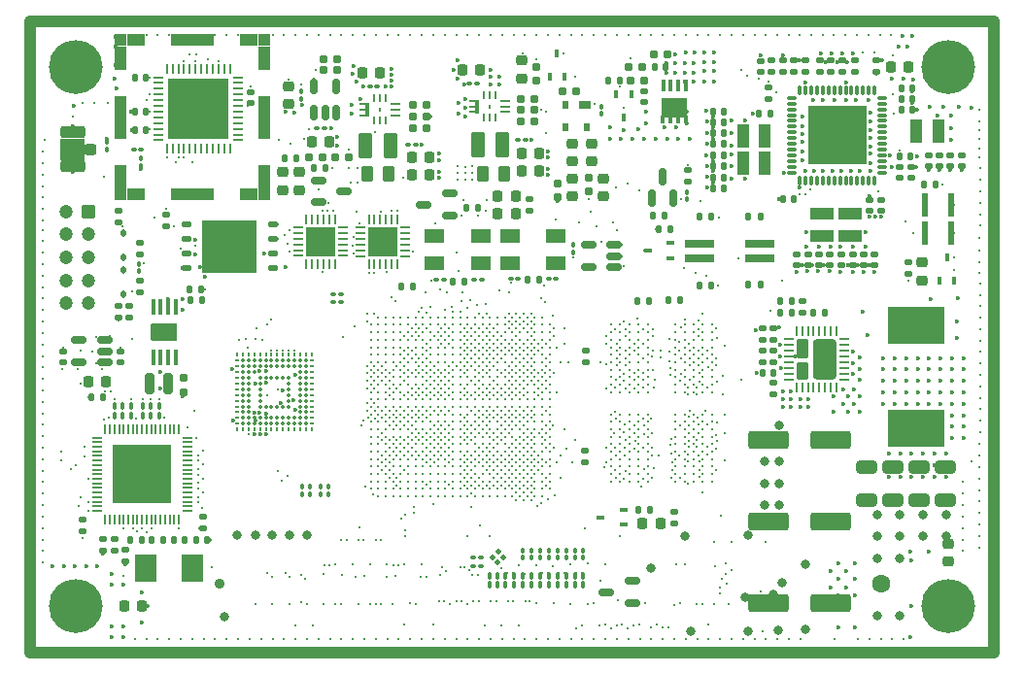
<source format=gbr>
%TF.GenerationSoftware,KiCad,Pcbnew,7.99.0-3958-g1df84f4d92*%
%TF.CreationDate,2023-12-24T01:25:56+01:00*%
%TF.ProjectId,SBC,5342432e-6b69-4636-9164-5f7063625858,rev?*%
%TF.SameCoordinates,Original*%
%TF.FileFunction,Soldermask,Top*%
%TF.FilePolarity,Negative*%
%FSLAX46Y46*%
G04 Gerber Fmt 4.6, Leading zero omitted, Abs format (unit mm)*
G04 Created by KiCad (PCBNEW 7.99.0-3958-g1df84f4d92) date 2023-12-24 01:25:56*
%MOMM*%
%LPD*%
G01*
G04 APERTURE LIST*
G04 Aperture macros list*
%AMRoundRect*
0 Rectangle with rounded corners*
0 $1 Rounding radius*
0 $2 $3 $4 $5 $6 $7 $8 $9 X,Y pos of 4 corners*
0 Add a 4 corners polygon primitive as box body*
4,1,4,$2,$3,$4,$5,$6,$7,$8,$9,$2,$3,0*
0 Add four circle primitives for the rounded corners*
1,1,$1+$1,$2,$3*
1,1,$1+$1,$4,$5*
1,1,$1+$1,$6,$7*
1,1,$1+$1,$8,$9*
0 Add four rect primitives between the rounded corners*
20,1,$1+$1,$2,$3,$4,$5,0*
20,1,$1+$1,$4,$5,$6,$7,0*
20,1,$1+$1,$6,$7,$8,$9,0*
20,1,$1+$1,$8,$9,$2,$3,0*%
G04 Aperture macros list end*
%ADD10C,1.000000*%
%ADD11RoundRect,0.218750X0.256250X-0.218750X0.256250X0.218750X-0.256250X0.218750X-0.256250X-0.218750X0*%
%ADD12RoundRect,0.135000X0.135000X0.185000X-0.135000X0.185000X-0.135000X-0.185000X0.135000X-0.185000X0*%
%ADD13RoundRect,0.135000X0.185000X-0.135000X0.185000X0.135000X-0.185000X0.135000X-0.185000X-0.135000X0*%
%ADD14RoundRect,0.250000X-0.350000X0.350000X-0.350000X-0.350000X0.350000X-0.350000X0.350000X0.350000X0*%
%ADD15C,1.200000*%
%ADD16RoundRect,0.125000X0.262500X0.125000X-0.262500X0.125000X-0.262500X-0.125000X0.262500X-0.125000X0*%
%ADD17R,4.700000X4.600000*%
%ADD18RoundRect,0.150000X0.512500X0.150000X-0.512500X0.150000X-0.512500X-0.150000X0.512500X-0.150000X0*%
%ADD19RoundRect,0.140000X-0.170000X0.140000X-0.170000X-0.140000X0.170000X-0.140000X0.170000X0.140000X0*%
%ADD20RoundRect,0.140000X0.140000X0.170000X-0.140000X0.170000X-0.140000X-0.170000X0.140000X-0.170000X0*%
%ADD21RoundRect,0.160000X-0.160000X0.197500X-0.160000X-0.197500X0.160000X-0.197500X0.160000X0.197500X0*%
%ADD22RoundRect,0.135000X-0.135000X-0.185000X0.135000X-0.185000X0.135000X0.185000X-0.135000X0.185000X0*%
%ADD23R,0.250000X0.700000*%
%ADD24R,0.900000X0.250000*%
%ADD25R,0.400000X1.250000*%
%ADD26R,0.250000X0.400000*%
%ADD27RoundRect,0.100000X-0.100000X0.217500X-0.100000X-0.217500X0.100000X-0.217500X0.100000X0.217500X0*%
%ADD28RoundRect,0.160000X-0.197500X-0.160000X0.197500X-0.160000X0.197500X0.160000X-0.197500X0.160000X0*%
%ADD29RoundRect,0.140000X0.170000X-0.140000X0.170000X0.140000X-0.170000X0.140000X-0.170000X-0.140000X0*%
%ADD30RoundRect,0.100000X-0.100000X0.130000X-0.100000X-0.130000X0.100000X-0.130000X0.100000X0.130000X0*%
%ADD31RoundRect,0.062500X0.062500X-0.337500X0.062500X0.337500X-0.062500X0.337500X-0.062500X-0.337500X0*%
%ADD32RoundRect,0.062500X0.337500X-0.062500X0.337500X0.062500X-0.337500X0.062500X-0.337500X-0.062500X0*%
%ADD33R,5.300000X5.300000*%
%ADD34R,2.000000X1.100000*%
%ADD35RoundRect,0.140000X-0.140000X-0.170000X0.140000X-0.170000X0.140000X0.170000X-0.140000X0.170000X0*%
%ADD36RoundRect,0.062500X-0.375000X-0.062500X0.375000X-0.062500X0.375000X0.062500X-0.375000X0.062500X0*%
%ADD37RoundRect,0.062500X-0.062500X-0.375000X0.062500X-0.375000X0.062500X0.375000X-0.062500X0.375000X0*%
%ADD38RoundRect,0.106599X0.418401X0.723401X-0.418401X0.723401X-0.418401X-0.723401X0.418401X-0.723401X0*%
%ADD39RoundRect,0.106599X0.418401X0.633401X-0.418401X0.633401X-0.418401X-0.633401X0.418401X-0.633401X0*%
%ADD40RoundRect,0.200000X0.785000X-1.540000X0.785000X1.540000X-0.785000X1.540000X-0.785000X-1.540000X0*%
%ADD41RoundRect,0.100000X-0.130000X-0.100000X0.130000X-0.100000X0.130000X0.100000X-0.130000X0.100000X0*%
%ADD42C,0.270000*%
%ADD43RoundRect,0.100000X0.100000X-0.130000X0.100000X0.130000X-0.100000X0.130000X-0.100000X-0.130000X0*%
%ADD44R,1.000000X1.000000*%
%ADD45R,1.000000X2.130000*%
%ADD46R,1.000000X3.800000*%
%ADD47R,1.650000X1.000000*%
%ADD48R,3.800000X1.000000*%
%ADD49RoundRect,0.225000X-0.225000X-0.250000X0.225000X-0.250000X0.225000X0.250000X-0.225000X0.250000X0*%
%ADD50RoundRect,0.160000X0.197500X0.160000X-0.197500X0.160000X-0.197500X-0.160000X0.197500X-0.160000X0*%
%ADD51RoundRect,0.135000X-0.185000X0.135000X-0.185000X-0.135000X0.185000X-0.135000X0.185000X0.135000X0*%
%ADD52RoundRect,0.250000X-0.650000X0.325000X-0.650000X-0.325000X0.650000X-0.325000X0.650000X0.325000X0*%
%ADD53RoundRect,0.218750X0.218750X0.256250X-0.218750X0.256250X-0.218750X-0.256250X0.218750X-0.256250X0*%
%ADD54R,1.100000X2.000000*%
%ADD55RoundRect,0.100000X0.100000X-0.217500X0.100000X0.217500X-0.100000X0.217500X-0.100000X-0.217500X0*%
%ADD56RoundRect,0.062500X-0.062500X0.375000X-0.062500X-0.375000X0.062500X-0.375000X0.062500X0.375000X0*%
%ADD57RoundRect,0.062500X-0.375000X0.062500X-0.375000X-0.062500X0.375000X-0.062500X0.375000X0.062500X0*%
%ADD58R,2.500000X2.500000*%
%ADD59RoundRect,0.225000X0.225000X0.250000X-0.225000X0.250000X-0.225000X-0.250000X0.225000X-0.250000X0*%
%ADD60RoundRect,0.250000X1.500000X0.550000X-1.500000X0.550000X-1.500000X-0.550000X1.500000X-0.550000X0*%
%ADD61R,0.450000X0.700000*%
%ADD62RoundRect,0.218750X-0.218750X-0.256250X0.218750X-0.256250X0.218750X0.256250X-0.218750X0.256250X0*%
%ADD63O,0.200000X0.350000*%
%ADD64O,0.350000X0.200000*%
%ADD65C,0.350000*%
%ADD66RoundRect,0.100000X0.130000X0.100000X-0.130000X0.100000X-0.130000X-0.100000X0.130000X-0.100000X0*%
%ADD67R,0.700000X0.450000*%
%ADD68RoundRect,0.225000X0.250000X-0.225000X0.250000X0.225000X-0.250000X0.225000X-0.250000X-0.225000X0*%
%ADD69R,0.450000X1.450000*%
%ADD70C,0.300000*%
%ADD71RoundRect,0.076200X1.066800X0.685800X-1.066800X0.685800X-1.066800X-0.685800X1.066800X-0.685800X0*%
%ADD72C,3.100000*%
%ADD73C,4.700000*%
%ADD74RoundRect,0.100000X-0.162635X0.021213X0.021213X-0.162635X0.162635X-0.021213X-0.021213X0.162635X0*%
%ADD75RoundRect,0.173913X-0.226087X-0.726087X0.226087X-0.726087X0.226087X0.726087X-0.226087X0.726087X0*%
%ADD76RoundRect,0.025000X-0.225000X-0.975000X0.225000X-0.975000X0.225000X0.975000X-0.225000X0.975000X0*%
%ADD77RoundRect,0.112500X0.112500X-0.187500X0.112500X0.187500X-0.112500X0.187500X-0.112500X-0.187500X0*%
%ADD78R,4.950000X3.175000*%
%ADD79C,0.330200*%
%ADD80RoundRect,0.067500X-0.357500X-0.067500X0.357500X-0.067500X0.357500X0.067500X-0.357500X0.067500X0*%
%ADD81RoundRect,0.067500X-0.067500X0.357500X-0.067500X-0.357500X0.067500X-0.357500X0.067500X0.357500X0*%
%ADD82R,5.060000X5.200000*%
%ADD83RoundRect,0.250000X0.262500X0.450000X-0.262500X0.450000X-0.262500X-0.450000X0.262500X-0.450000X0*%
%ADD84R,0.405000X0.990000*%
%ADD85R,2.235000X1.725000*%
%ADD86R,0.406250X0.760000*%
%ADD87R,1.900000X2.400000*%
%ADD88RoundRect,0.050000X0.362500X0.050000X-0.362500X0.050000X-0.362500X-0.050000X0.362500X-0.050000X0*%
%ADD89RoundRect,0.050000X0.050000X0.362500X-0.050000X0.362500X-0.050000X-0.362500X0.050000X-0.362500X0*%
%ADD90R,5.200000X5.200000*%
%ADD91RoundRect,0.218750X-0.256250X0.218750X-0.256250X-0.218750X0.256250X-0.218750X0.256250X0.218750X0*%
%ADD92R,2.650000X0.760000*%
%ADD93RoundRect,0.250000X-0.375000X-0.850000X0.375000X-0.850000X0.375000X0.850000X-0.375000X0.850000X0*%
%ADD94R,1.000000X0.700000*%
%ADD95R,0.600000X0.700000*%
%ADD96R,1.800000X1.200000*%
%ADD97RoundRect,0.250000X0.275000X0.250000X-0.275000X0.250000X-0.275000X-0.250000X0.275000X-0.250000X0*%
%ADD98RoundRect,0.250000X0.850000X0.275000X-0.850000X0.275000X-0.850000X-0.275000X0.850000X-0.275000X0*%
%ADD99RoundRect,0.225000X-0.250000X0.225000X-0.250000X-0.225000X0.250000X-0.225000X0.250000X0.225000X0*%
%ADD100RoundRect,0.150000X0.150000X-0.512500X0.150000X0.512500X-0.150000X0.512500X-0.150000X-0.512500X0*%
%ADD101RoundRect,0.150000X-0.512500X-0.150000X0.512500X-0.150000X0.512500X0.150000X-0.512500X0.150000X0*%
%ADD102RoundRect,0.150000X0.150000X-0.587500X0.150000X0.587500X-0.150000X0.587500X-0.150000X-0.587500X0*%
%ADD103C,1.600000*%
%ADD104C,0.900000*%
%ADD105C,0.800000*%
%ADD106C,0.360000*%
%TA.AperFunction,Profile*%
%ADD107C,0.100000*%
%TD*%
G04 APERTURE END LIST*
D10*
X57565481Y-77545014D02*
X141565481Y-77545014D01*
X141565481Y-132545014D01*
X57565481Y-132545014D01*
X57565481Y-77545014D01*
%TO.C,J4*%
G36*
X62303481Y-89639014D02*
G01*
X60213481Y-89639014D01*
X60213481Y-87759014D01*
X62303481Y-87759014D01*
X62303481Y-89639014D01*
G37*
%TD*%
D11*
%TO.C,D4*%
X104809481Y-89762514D03*
X104809481Y-88187514D03*
%TD*%
D12*
%TO.C,R84*%
X96565081Y-93818814D03*
X95545081Y-93818814D03*
%TD*%
D13*
%TO.C,R107*%
X62148081Y-122014814D03*
X62148081Y-120994814D03*
%TD*%
D14*
%TO.C,J3*%
X62677481Y-94118014D03*
D15*
X60677481Y-94118014D03*
X62677481Y-96118014D03*
X60677481Y-96118014D03*
X62677481Y-98118014D03*
X60677481Y-98118014D03*
X62677481Y-100118014D03*
X60677481Y-100118014D03*
X62677481Y-102118014D03*
X60677481Y-102118014D03*
%TD*%
D16*
%TO.C,U14*%
X78702681Y-99079314D03*
X78702681Y-97809314D03*
X78702681Y-96539314D03*
X78702681Y-95269314D03*
X71202681Y-95269314D03*
X71202681Y-96539314D03*
X71202681Y-97809314D03*
X71202681Y-99079314D03*
D17*
X74952681Y-97174314D03*
%TD*%
D18*
%TO.C,U10*%
X108486981Y-98951014D03*
X108486981Y-98001014D03*
X108486981Y-97051014D03*
X106211981Y-97051014D03*
X106211981Y-98951014D03*
%TD*%
D12*
%TO.C,R77*%
X111593381Y-120115414D03*
X110573381Y-120115414D03*
%TD*%
D19*
%TO.C,C17*%
X122343462Y-109070028D03*
X122343462Y-110030028D03*
%TD*%
D20*
%TO.C,C60*%
X124120000Y-93030400D03*
X123160000Y-93030400D03*
%TD*%
D13*
%TO.C,R3*%
X122318462Y-105355028D03*
X122318462Y-104335028D03*
%TD*%
D19*
%TO.C,C327*%
X65882500Y-123650400D03*
X65882500Y-124610400D03*
%TD*%
D21*
%TO.C,R31*%
X106206481Y-91168514D03*
X106206481Y-92363514D03*
%TD*%
D22*
%TO.C,R86*%
X71517481Y-101818014D03*
X72537481Y-101818014D03*
%TD*%
D20*
%TO.C,C54*%
X118023462Y-92112527D03*
X117063462Y-92112527D03*
%TD*%
D19*
%TO.C,C317*%
X63920000Y-122712900D03*
X63920000Y-123672900D03*
%TD*%
%TO.C,C34*%
X129243462Y-97877528D03*
X129243462Y-98837528D03*
%TD*%
D11*
%TO.C,D5*%
X135314881Y-100151114D03*
X135314881Y-98576114D03*
%TD*%
D23*
%TO.C,U5*%
X87552481Y-86170014D03*
X88052481Y-86170014D03*
X88552481Y-86170014D03*
D24*
X89402481Y-85720014D03*
X89402481Y-85220014D03*
X89402481Y-84720014D03*
D23*
X88552481Y-84270014D03*
X88052481Y-84270014D03*
X87552481Y-84270014D03*
D24*
X86702481Y-85720014D03*
X86702481Y-85220014D03*
D25*
X86952481Y-85220014D03*
D24*
X86702481Y-84720014D03*
D26*
X88052481Y-85220014D03*
%TD*%
D27*
%TO.C,R41*%
X99714681Y-125872514D03*
X99714681Y-126687514D03*
%TD*%
D12*
%TO.C,R109*%
X67292500Y-122730400D03*
X66272500Y-122730400D03*
%TD*%
D28*
%TO.C,R23*%
X83129981Y-81818014D03*
X84324981Y-81818014D03*
%TD*%
D13*
%TO.C,R90*%
X65240000Y-95060000D03*
X65240000Y-94040000D03*
%TD*%
D29*
%TO.C,C63*%
X111093000Y-84608000D03*
X111093000Y-83648000D03*
%TD*%
D27*
%TO.C,R101*%
X65627881Y-111115114D03*
X65627881Y-111930114D03*
%TD*%
D13*
%TO.C,R9*%
X129458462Y-81970028D03*
X129458462Y-80950028D03*
%TD*%
D30*
%TO.C,C65*%
X81227481Y-83685514D03*
X81227481Y-84325514D03*
%TD*%
D19*
%TO.C,C39*%
X130193462Y-97877528D03*
X130193462Y-98837528D03*
%TD*%
D31*
%TO.C,U19*%
X69477481Y-88618014D03*
X69977481Y-88618014D03*
X70477481Y-88618014D03*
X70977481Y-88618014D03*
X71477481Y-88618014D03*
X71977481Y-88618014D03*
X72477481Y-88618014D03*
X72977481Y-88618014D03*
X73477481Y-88618014D03*
X73977481Y-88618014D03*
X74477481Y-88618014D03*
X74977481Y-88618014D03*
D32*
X75677481Y-87918014D03*
X75677481Y-87418014D03*
X75677481Y-86918014D03*
X75677481Y-86418014D03*
X75677481Y-85918014D03*
X75677481Y-85418014D03*
X75677481Y-84918014D03*
X75677481Y-84418014D03*
X75677481Y-83918014D03*
X75677481Y-83418014D03*
X75677481Y-82918014D03*
X75677481Y-82418014D03*
D31*
X74977481Y-81718014D03*
X74477481Y-81718014D03*
X73977481Y-81718014D03*
X73477481Y-81718014D03*
X72977481Y-81718014D03*
X72477481Y-81718014D03*
X71977481Y-81718014D03*
X71477481Y-81718014D03*
X70977481Y-81718014D03*
X70477481Y-81718014D03*
X69977481Y-81718014D03*
X69477481Y-81718014D03*
D32*
X68777481Y-82418014D03*
X68777481Y-82918014D03*
X68777481Y-83418014D03*
X68777481Y-83918014D03*
X68777481Y-84418014D03*
X68777481Y-84918014D03*
X68777481Y-85418014D03*
X68777481Y-85918014D03*
X68777481Y-86418014D03*
X68777481Y-86918014D03*
X68777481Y-87418014D03*
X68777481Y-87918014D03*
D33*
X72227481Y-85168014D03*
%TD*%
D19*
%TO.C,C38*%
X137780000Y-89230400D03*
X137780000Y-90190400D03*
%TD*%
%TO.C,C59*%
X130755962Y-93090028D03*
X130755962Y-94050028D03*
%TD*%
D34*
%TO.C,L5*%
X126593462Y-94325028D03*
X126593462Y-96225028D03*
%TD*%
D35*
%TO.C,C62*%
X133505962Y-85270028D03*
X134465962Y-85270028D03*
%TD*%
D36*
%TO.C,U2*%
X123655962Y-105270028D03*
X123655962Y-105770028D03*
X123655962Y-106270028D03*
X123655962Y-106770028D03*
X123655962Y-107270028D03*
X123655962Y-107770028D03*
X123655962Y-108270028D03*
X123655962Y-108770028D03*
D37*
X124343462Y-109457528D03*
X124843462Y-109457528D03*
X125343462Y-109457528D03*
X125843462Y-109457528D03*
X126343462Y-109457528D03*
X126843462Y-109457528D03*
X127343462Y-109457528D03*
X127843462Y-109457528D03*
D36*
X128530962Y-108770028D03*
X128530962Y-108270028D03*
X128530962Y-107770028D03*
X128530962Y-107270028D03*
X128530962Y-106770028D03*
X128530962Y-106270028D03*
X128530962Y-105770028D03*
X128530962Y-105270028D03*
D37*
X127843462Y-104582528D03*
X127343462Y-104582528D03*
X126843462Y-104582528D03*
X126343462Y-104582528D03*
X125843462Y-104582528D03*
X125343462Y-104582528D03*
X124843462Y-104582528D03*
X124343462Y-104582528D03*
D38*
X124878462Y-106110028D03*
D39*
X124878462Y-108020028D03*
D40*
X126848462Y-107020028D03*
%TD*%
D30*
%TO.C,C97*%
X81940400Y-118145600D03*
X81940400Y-118785600D03*
%TD*%
D41*
%TO.C,C74*%
X90526481Y-88268014D03*
X91166481Y-88268014D03*
%TD*%
D20*
%TO.C,C1*%
X122373462Y-108170028D03*
X121413462Y-108170028D03*
%TD*%
D13*
%TO.C,R1*%
X122318462Y-107280028D03*
X122318462Y-106260028D03*
%TD*%
D42*
%TO.C,U12*%
X108195000Y-104005400D03*
X108995000Y-104005400D03*
X109795000Y-104005400D03*
X110595000Y-104005400D03*
X111395000Y-104005400D03*
X113795000Y-104005400D03*
X114595000Y-104005400D03*
X115395000Y-104005400D03*
X116195000Y-104005400D03*
X116995000Y-104005400D03*
X108195000Y-117005400D03*
X108995000Y-117005400D03*
X109795000Y-117005400D03*
X110595000Y-117005400D03*
X111395000Y-117005400D03*
X113795000Y-117005400D03*
X114595000Y-117005400D03*
X115395000Y-117005400D03*
X116195000Y-117005400D03*
X116995000Y-117005400D03*
X108195000Y-117655400D03*
X108995000Y-117655400D03*
X109795000Y-117655400D03*
X110595000Y-117655400D03*
X111395000Y-117655400D03*
X113795000Y-117655400D03*
X114595000Y-117655400D03*
X115395000Y-117655400D03*
X116195000Y-117655400D03*
X116995000Y-117655400D03*
X108195000Y-104655400D03*
X108995000Y-104655400D03*
X109795000Y-104655400D03*
X110595000Y-104655400D03*
X111395000Y-104655400D03*
X113795000Y-104655400D03*
X114595000Y-104655400D03*
X115395000Y-104655400D03*
X116195000Y-104655400D03*
X116995000Y-104655400D03*
X108195000Y-105305400D03*
X108995000Y-105305400D03*
X109795000Y-105305400D03*
X110595000Y-105305400D03*
X111395000Y-105305400D03*
X113795000Y-105305400D03*
X114595000Y-105305400D03*
X115395000Y-105305400D03*
X116195000Y-105305400D03*
X116995000Y-105305400D03*
X108195000Y-105955400D03*
X108995000Y-105955400D03*
X109795000Y-105955400D03*
X110595000Y-105955400D03*
X111395000Y-105955400D03*
X113795000Y-105955400D03*
X114595000Y-105955400D03*
X115395000Y-105955400D03*
X116195000Y-105955400D03*
X116995000Y-105955400D03*
X108195000Y-106605400D03*
X108995000Y-106605400D03*
X109795000Y-106605400D03*
X110595000Y-106605400D03*
X111395000Y-106605400D03*
X113795000Y-106605400D03*
X114595000Y-106605400D03*
X115395000Y-106605400D03*
X116195000Y-106605400D03*
X116995000Y-106605400D03*
X108195000Y-107255400D03*
X108995000Y-107255400D03*
X109795000Y-107255400D03*
X110595000Y-107255400D03*
X111395000Y-107255400D03*
X113795000Y-107255400D03*
X114595000Y-107255400D03*
X115395000Y-107255400D03*
X116195000Y-107255400D03*
X116995000Y-107255400D03*
X108195000Y-107905400D03*
X108995000Y-107905400D03*
X109795000Y-107905400D03*
X110595000Y-107905400D03*
X111395000Y-107905400D03*
X113795000Y-107905400D03*
X114595000Y-107905400D03*
X115395000Y-107905400D03*
X116195000Y-107905400D03*
X116995000Y-107905400D03*
X108195000Y-108555400D03*
X108995000Y-108555400D03*
X109795000Y-108555400D03*
X110595000Y-108555400D03*
X111395000Y-108555400D03*
X113795000Y-108555400D03*
X114595000Y-108555400D03*
X115395000Y-108555400D03*
X116195000Y-108555400D03*
X116995000Y-108555400D03*
X108195000Y-109205400D03*
X108995000Y-109205400D03*
X109795000Y-109205400D03*
X110595000Y-109205400D03*
X111395000Y-109205400D03*
X113795000Y-109205400D03*
X114595000Y-109205400D03*
X115395000Y-109205400D03*
X116195000Y-109205400D03*
X116995000Y-109205400D03*
X108195000Y-109855400D03*
X108995000Y-109855400D03*
X109795000Y-109855400D03*
X110595000Y-109855400D03*
X111395000Y-109855400D03*
X113795000Y-109855400D03*
X114595000Y-109855400D03*
X115395000Y-109855400D03*
X116195000Y-109855400D03*
X116995000Y-109855400D03*
X108195000Y-111805400D03*
X108995000Y-111805400D03*
X109795000Y-111805400D03*
X110595000Y-111805400D03*
X111395000Y-111805400D03*
X113795000Y-111805400D03*
X114595000Y-111805400D03*
X115395000Y-111805400D03*
X116195000Y-111805400D03*
X116995000Y-111805400D03*
X108195000Y-112455400D03*
X108995000Y-112455400D03*
X109795000Y-112455400D03*
X110595000Y-112455400D03*
X111395000Y-112455400D03*
X113795000Y-112455400D03*
X114595000Y-112455400D03*
X115395000Y-112455400D03*
X116195000Y-112455400D03*
X116995000Y-112455400D03*
X108195000Y-113105400D03*
X108995000Y-113105400D03*
X109795000Y-113105400D03*
X110595000Y-113105400D03*
X111395000Y-113105400D03*
X113795000Y-113105400D03*
X114595000Y-113105400D03*
X115395000Y-113105400D03*
X116195000Y-113105400D03*
X116995000Y-113105400D03*
X108195000Y-113755400D03*
X108995000Y-113755400D03*
X109795000Y-113755400D03*
X110595000Y-113755400D03*
X111395000Y-113755400D03*
X113795000Y-113755400D03*
X114595000Y-113755400D03*
X115395000Y-113755400D03*
X116195000Y-113755400D03*
X116995000Y-113755400D03*
X108195000Y-114405400D03*
X108995000Y-114405400D03*
X109795000Y-114405400D03*
X110595000Y-114405400D03*
X111395000Y-114405400D03*
X113795000Y-114405400D03*
X114595000Y-114405400D03*
X115395000Y-114405400D03*
X116195000Y-114405400D03*
X116995000Y-114405400D03*
X108195000Y-115055400D03*
X108995000Y-115055400D03*
X109795000Y-115055400D03*
X110595000Y-115055400D03*
X111395000Y-115055400D03*
X113795000Y-115055400D03*
X114595000Y-115055400D03*
X115395000Y-115055400D03*
X116195000Y-115055400D03*
X116995000Y-115055400D03*
X108195000Y-115705400D03*
X108995000Y-115705400D03*
X109795000Y-115705400D03*
X110595000Y-115705400D03*
X111395000Y-115705400D03*
X113795000Y-115705400D03*
X114595000Y-115705400D03*
X115395000Y-115705400D03*
X116195000Y-115705400D03*
X116995000Y-115705400D03*
X108195000Y-116355400D03*
X108995000Y-116355400D03*
X109795000Y-116355400D03*
X110595000Y-116355400D03*
X111395000Y-116355400D03*
X113795000Y-116355400D03*
X114595000Y-116355400D03*
X115395000Y-116355400D03*
X116195000Y-116355400D03*
X116995000Y-116355400D03*
%TD*%
D43*
%TO.C,C314*%
X64262481Y-88699014D03*
X64262481Y-88059014D03*
%TD*%
D44*
%TO.C,J2*%
X65444481Y-79175014D03*
D45*
X65444481Y-80740014D03*
D46*
X65444481Y-85905014D03*
D45*
X65444481Y-91070014D03*
D44*
X65444481Y-92635014D03*
D47*
X66769481Y-79175014D03*
X66769481Y-92635014D03*
D48*
X71694481Y-79175014D03*
X71694481Y-92635014D03*
D47*
X76619481Y-79175014D03*
X76619481Y-92635014D03*
D44*
X77944481Y-79175014D03*
D45*
X77944481Y-80740014D03*
D46*
X77944481Y-85905014D03*
D45*
X77944481Y-91070014D03*
D44*
X77944481Y-92635014D03*
%TD*%
D20*
%TO.C,C316*%
X67657481Y-85418014D03*
X66697481Y-85418014D03*
%TD*%
D49*
%TO.C,C75*%
X90833481Y-90935014D03*
X92383481Y-90935014D03*
%TD*%
D50*
%TO.C,R17*%
X111090500Y-82728000D03*
X109895500Y-82728000D03*
%TD*%
D51*
%TO.C,R14*%
X124143462Y-80935028D03*
X124143462Y-81955028D03*
%TD*%
D30*
%TO.C,C99*%
X83566000Y-118145600D03*
X83566000Y-118785600D03*
%TD*%
D52*
%TO.C,C46*%
X130443462Y-116370028D03*
X130443462Y-119320028D03*
%TD*%
D12*
%TO.C,R67*%
X111503000Y-101924200D03*
X110483000Y-101924200D03*
%TD*%
D53*
%TO.C,D8*%
X99892581Y-94301414D03*
X98317581Y-94301414D03*
%TD*%
D51*
%TO.C,R7*%
X124875481Y-101910614D03*
X124875481Y-102930614D03*
%TD*%
D54*
%TO.C,L1*%
X121568462Y-87525028D03*
X119668462Y-87525028D03*
%TD*%
D55*
%TO.C,R48*%
X102762681Y-126687514D03*
X102762681Y-125872514D03*
%TD*%
D41*
%TO.C,C107*%
X96182481Y-125029214D03*
X96822481Y-125029214D03*
%TD*%
D56*
%TO.C,U15*%
X89575481Y-94817714D03*
X89075481Y-94817714D03*
X88575481Y-94817714D03*
X88075481Y-94817714D03*
X87575481Y-94817714D03*
X87075481Y-94817714D03*
D57*
X86387981Y-95505214D03*
X86387981Y-96005214D03*
X86387981Y-96505214D03*
X86387981Y-97005214D03*
X86387981Y-97505214D03*
X86387981Y-98005214D03*
D56*
X87075481Y-98692714D03*
X87575481Y-98692714D03*
X88075481Y-98692714D03*
X88575481Y-98692714D03*
X89075481Y-98692714D03*
X89575481Y-98692714D03*
D57*
X90262981Y-98005214D03*
X90262981Y-97505214D03*
X90262981Y-97005214D03*
X90262981Y-96505214D03*
X90262981Y-96005214D03*
X90262981Y-95505214D03*
D58*
X88325481Y-96755214D03*
%TD*%
D12*
%TO.C,R89*%
X80800881Y-89474314D03*
X79780881Y-89474314D03*
%TD*%
D59*
%TO.C,C287*%
X134115481Y-81545014D03*
X132565481Y-81545014D03*
%TD*%
D41*
%TO.C,C86*%
X95853286Y-82964214D03*
X96493286Y-82964214D03*
%TD*%
D30*
%TO.C,C149*%
X104916581Y-97051014D03*
X104916581Y-97691014D03*
%TD*%
D51*
%TO.C,R59*%
X114865481Y-90535014D03*
X114865481Y-91555014D03*
%TD*%
D20*
%TO.C,C49*%
X118023462Y-90175861D03*
X117063462Y-90175861D03*
%TD*%
D13*
%TO.C,R10*%
X123193462Y-81955028D03*
X123193462Y-80935028D03*
%TD*%
D60*
%TO.C,C20*%
X127293462Y-121170028D03*
X121893462Y-121170028D03*
%TD*%
D55*
%TO.C,R51*%
X104286681Y-126687514D03*
X104286681Y-125872514D03*
%TD*%
D49*
%TO.C,C85*%
X100412286Y-90584214D03*
X101962286Y-90584214D03*
%TD*%
D54*
%TO.C,L4*%
X134818462Y-87125028D03*
X136718462Y-87125028D03*
%TD*%
D20*
%TO.C,C44*%
X118023462Y-89207528D03*
X117063462Y-89207528D03*
%TD*%
D49*
%TO.C,C73*%
X82094481Y-88033514D03*
X83644481Y-88033514D03*
%TD*%
D53*
%TO.C,D7*%
X99892581Y-92802814D03*
X98317581Y-92802814D03*
%TD*%
D27*
%TO.C,R103*%
X67380481Y-111089714D03*
X67380481Y-111904714D03*
%TD*%
D61*
%TO.C,Q3*%
X102831767Y-82347095D03*
X104131767Y-82347095D03*
X103481767Y-80347095D03*
%TD*%
D19*
%TO.C,C53*%
X131705962Y-93090028D03*
X131705962Y-94050028D03*
%TD*%
D20*
%TO.C,C315*%
X67657481Y-87018014D03*
X66697481Y-87018014D03*
%TD*%
D19*
%TO.C,C26*%
X128318462Y-80965028D03*
X128318462Y-81925028D03*
%TD*%
D55*
%TO.C,R46*%
X100527481Y-126687514D03*
X100527481Y-125872514D03*
%TD*%
D62*
%TO.C,FB8*%
X62632500Y-108992900D03*
X64207500Y-108992900D03*
%TD*%
D50*
%TO.C,R25*%
X92078981Y-86871014D03*
X90883981Y-86871014D03*
%TD*%
D41*
%TO.C,C162*%
X102743481Y-99963014D03*
X103383481Y-99963014D03*
%TD*%
D29*
%TO.C,C64*%
X65470000Y-107258462D03*
X65470000Y-106298462D03*
%TD*%
D22*
%TO.C,R79*%
X115934681Y-94563014D03*
X116954681Y-94563014D03*
%TD*%
D54*
%TO.C,L2*%
X121568462Y-89925028D03*
X119668462Y-89925028D03*
%TD*%
D49*
%TO.C,C76*%
X86515481Y-82045014D03*
X88065481Y-82045014D03*
%TD*%
D63*
%TO.C,U13*%
X75600000Y-106625000D03*
X76100000Y-106625000D03*
X76600000Y-106625000D03*
X77100000Y-106625000D03*
X77600000Y-106625000D03*
X78100000Y-106625000D03*
X78600000Y-106625000D03*
X79100000Y-106625000D03*
X79600000Y-106625000D03*
X80100000Y-106625000D03*
X80600000Y-106625000D03*
X81100000Y-106625000D03*
X81600000Y-106625000D03*
X82100000Y-106625000D03*
D64*
X75600000Y-107125000D03*
D65*
X76100000Y-107125000D03*
X76600000Y-107125000D03*
X77100000Y-107125000D03*
X77600000Y-107125000D03*
X78100000Y-107125000D03*
X78600000Y-107125000D03*
X79100000Y-107125000D03*
X79600000Y-107125000D03*
X80100000Y-107125000D03*
X80600000Y-107125000D03*
X81100000Y-107125000D03*
X81600000Y-107125000D03*
D64*
X82100000Y-107125000D03*
X75600000Y-107625000D03*
D65*
X76100000Y-107625000D03*
X76600000Y-107625000D03*
X77100000Y-107625000D03*
X77600000Y-107625000D03*
X78100000Y-107625000D03*
X78600000Y-107625000D03*
X79100000Y-107625000D03*
X79600000Y-107625000D03*
X80100000Y-107625000D03*
X80600000Y-107625000D03*
X81100000Y-107625000D03*
X81600000Y-107625000D03*
D64*
X82100000Y-107625000D03*
X75600000Y-108125000D03*
D65*
X76100000Y-108125000D03*
X76600000Y-108125000D03*
X77100000Y-108125000D03*
X81100000Y-108125000D03*
X81600000Y-108125000D03*
D64*
X82100000Y-108125000D03*
X75600000Y-108625000D03*
D65*
X76100000Y-108625000D03*
X76600000Y-108625000D03*
X77600000Y-108625000D03*
X78100000Y-108625000D03*
X78600000Y-108625000D03*
X79100000Y-108625000D03*
X79600000Y-108625000D03*
X80100000Y-108625000D03*
X81100000Y-108625000D03*
X81600000Y-108625000D03*
D64*
X82100000Y-108625000D03*
X75600000Y-109125000D03*
D65*
X76100000Y-109125000D03*
X76600000Y-109125000D03*
X77600000Y-109125000D03*
X80100000Y-109125000D03*
X81100000Y-109125000D03*
X81600000Y-109125000D03*
D64*
X82100000Y-109125000D03*
X75600000Y-109625000D03*
D65*
X76100000Y-109625000D03*
X76600000Y-109625000D03*
X77600000Y-109625000D03*
X80100000Y-109625000D03*
X81100000Y-109625000D03*
X81600000Y-109625000D03*
D64*
X82100000Y-109625000D03*
X75600000Y-110125000D03*
D65*
X76100000Y-110125000D03*
X76600000Y-110125000D03*
X77600000Y-110125000D03*
X80100000Y-110125000D03*
X81100000Y-110125000D03*
X81600000Y-110125000D03*
D64*
X82100000Y-110125000D03*
X75600000Y-110625000D03*
D65*
X76100000Y-110625000D03*
X76600000Y-110625000D03*
X77600000Y-110625000D03*
X80100000Y-110625000D03*
X81100000Y-110625000D03*
X81600000Y-110625000D03*
D64*
X82100000Y-110625000D03*
X75600000Y-111125000D03*
D65*
X76100000Y-111125000D03*
X76600000Y-111125000D03*
X77600000Y-111125000D03*
X78100000Y-111125000D03*
X78600000Y-111125000D03*
X79100000Y-111125000D03*
X79600000Y-111125000D03*
X80100000Y-111125000D03*
X81100000Y-111125000D03*
X81600000Y-111125000D03*
D64*
X82100000Y-111125000D03*
X75600000Y-111625000D03*
D65*
X76100000Y-111625000D03*
X76600000Y-111625000D03*
X81100000Y-111625000D03*
X81600000Y-111625000D03*
D64*
X82100000Y-111625000D03*
X75600000Y-112125000D03*
D65*
X76100000Y-112125000D03*
X76600000Y-112125000D03*
X77100000Y-112125000D03*
X77600000Y-112125000D03*
X78100000Y-112125000D03*
X78600000Y-112125000D03*
X79100000Y-112125000D03*
X79600000Y-112125000D03*
X80100000Y-112125000D03*
X80600000Y-112125000D03*
X81100000Y-112125000D03*
X81600000Y-112125000D03*
D64*
X82100000Y-112125000D03*
X75600000Y-112625000D03*
D65*
X76100000Y-112625000D03*
X76600000Y-112625000D03*
X77100000Y-112625000D03*
X77600000Y-112625000D03*
X78100000Y-112625000D03*
X78600000Y-112625000D03*
X79100000Y-112625000D03*
X79600000Y-112625000D03*
X80100000Y-112625000D03*
X80600000Y-112625000D03*
X81100000Y-112625000D03*
X81600000Y-112625000D03*
D64*
X82100000Y-112625000D03*
D63*
X75600000Y-113125000D03*
X76100000Y-113125000D03*
X76600000Y-113125000D03*
X77100000Y-113125000D03*
X77600000Y-113125000D03*
X78100000Y-113125000D03*
X78600000Y-113125000D03*
X79100000Y-113125000D03*
X79600000Y-113125000D03*
X80100000Y-113125000D03*
X80600000Y-113125000D03*
X81100000Y-113125000D03*
X81600000Y-113125000D03*
X82100000Y-113125000D03*
%TD*%
D51*
%TO.C,R12*%
X122193462Y-80935028D03*
X122193462Y-81955028D03*
%TD*%
D28*
%TO.C,R19*%
X84127481Y-89418014D03*
X85322481Y-89418014D03*
%TD*%
D49*
%TO.C,C77*%
X90833481Y-89411014D03*
X92383481Y-89411014D03*
%TD*%
D60*
%TO.C,C27*%
X127293462Y-114070028D03*
X121893462Y-114070028D03*
%TD*%
D41*
%TO.C,C78*%
X87158481Y-83188014D03*
X87798481Y-83188014D03*
%TD*%
D13*
%TO.C,R75*%
X134070281Y-99594214D03*
X134070281Y-98574214D03*
%TD*%
D30*
%TO.C,C96*%
X81229200Y-118145600D03*
X81229200Y-118785600D03*
%TD*%
D13*
%TO.C,R2*%
X121368462Y-107280028D03*
X121368462Y-106260028D03*
%TD*%
D22*
%TO.C,R78*%
X120172481Y-94563014D03*
X121192481Y-94563014D03*
%TD*%
D34*
%TO.C,L3*%
X128993462Y-94325028D03*
X128993462Y-96225028D03*
%TD*%
D66*
%TO.C,C132*%
X93604481Y-100090014D03*
X92964481Y-100090014D03*
%TD*%
D30*
%TO.C,C106*%
X105759881Y-123674014D03*
X105759881Y-124314014D03*
%TD*%
D67*
%TO.C,Q7*%
X113394681Y-98169814D03*
X113394681Y-96869814D03*
X111394681Y-97519814D03*
%TD*%
D20*
%TO.C,C50*%
X118023462Y-87307528D03*
X117063462Y-87307528D03*
%TD*%
D68*
%TO.C,C80*%
X107476481Y-92798014D03*
X107476481Y-91248014D03*
%TD*%
D27*
%TO.C,R44*%
X105048681Y-125872514D03*
X105048681Y-126687514D03*
%TD*%
D69*
%TO.C,U6*%
X68276281Y-106859014D03*
X68926281Y-106859014D03*
X69576281Y-106859014D03*
X70226281Y-106859014D03*
X70226281Y-102459014D03*
X69576281Y-102459014D03*
X68926281Y-102459014D03*
D70*
X68751281Y-105159014D03*
X69251281Y-105159014D03*
X69751281Y-105159014D03*
D71*
X69251281Y-104659014D03*
D70*
X68751281Y-104159014D03*
X69251281Y-104159014D03*
X69751281Y-104159014D03*
D69*
X68276281Y-102459014D03*
%TD*%
D72*
%TO.C,H3*%
X61565481Y-81545014D03*
D73*
X61565481Y-81545014D03*
%TD*%
D74*
%TO.C,C102*%
X97876207Y-124291740D03*
X98328755Y-124744288D03*
%TD*%
D27*
%TO.C,R43*%
X105759881Y-125872514D03*
X105759881Y-126687514D03*
%TD*%
%TO.C,R104*%
X68091681Y-111089714D03*
X68091681Y-111904714D03*
%TD*%
D22*
%TO.C,R35*%
X89882881Y-100676814D03*
X90902881Y-100676814D03*
%TD*%
D68*
%TO.C,C290*%
X137567200Y-124662600D03*
X137567200Y-123112600D03*
%TD*%
D50*
%TO.C,R18*%
X83074981Y-89418014D03*
X81879981Y-89418014D03*
%TD*%
D19*
%TO.C,C32*%
X127243462Y-97877528D03*
X127243462Y-98837528D03*
%TD*%
D51*
%TO.C,R57*%
X121915481Y-83285014D03*
X121915481Y-84305014D03*
%TD*%
D22*
%TO.C,R81*%
X115934681Y-100557414D03*
X116954681Y-100557414D03*
%TD*%
D41*
%TO.C,C82*%
X100105286Y-87917214D03*
X100745286Y-87917214D03*
%TD*%
D55*
%TO.C,R52*%
X103575481Y-126687514D03*
X103575481Y-125872514D03*
%TD*%
D20*
%TO.C,C16*%
X134465962Y-83370028D03*
X133505962Y-83370028D03*
%TD*%
D75*
%TO.C,L7*%
X69602881Y-109160414D03*
X68002881Y-109160414D03*
%TD*%
D76*
%TO.C,SW2*%
X137815481Y-96045014D03*
X135515481Y-96045014D03*
%TD*%
D22*
%TO.C,R108*%
X68172500Y-122730400D03*
X69192500Y-122730400D03*
%TD*%
D76*
%TO.C,SW1*%
X137815481Y-93545014D03*
X135515481Y-93545014D03*
%TD*%
D72*
%TO.C,H1*%
X137565481Y-81545014D03*
D73*
X137565481Y-81545014D03*
%TD*%
D29*
%TO.C,C48*%
X121193462Y-81945028D03*
X121193462Y-80985028D03*
%TD*%
D52*
%TO.C,C42*%
X132743462Y-116370028D03*
X132743462Y-119320028D03*
%TD*%
D12*
%TO.C,R58*%
X136475481Y-91745014D03*
X135455481Y-91745014D03*
%TD*%
D77*
%TO.C,D10*%
X65720000Y-98130000D03*
X65720000Y-96030000D03*
%TD*%
D78*
%TO.C,L6*%
X134793462Y-104012528D03*
X134793462Y-113027528D03*
%TD*%
D30*
%TO.C,C100*%
X105048681Y-123674014D03*
X105048681Y-124314014D03*
%TD*%
D79*
%TO.C,U9*%
X87245000Y-118305400D03*
X87245000Y-117655400D03*
X87245000Y-117005400D03*
X87245000Y-116355400D03*
X87245000Y-115705400D03*
X87245000Y-115055400D03*
X87245000Y-114405400D03*
X87245000Y-113755400D03*
X87245000Y-113105400D03*
X87245000Y-112455400D03*
X87245000Y-111805400D03*
X87245000Y-111155400D03*
X87245000Y-110505400D03*
X87245000Y-109855400D03*
X87245000Y-109205400D03*
X87245000Y-108555400D03*
X87245000Y-107905400D03*
X87245000Y-107255400D03*
X87245000Y-106605400D03*
X87245000Y-105955400D03*
X87245000Y-105305400D03*
X87245000Y-104655400D03*
X87245000Y-104005400D03*
X100245000Y-118955400D03*
X100245000Y-118305400D03*
X100245000Y-117655400D03*
X100245000Y-117005400D03*
X100245000Y-116355400D03*
X100245000Y-115705400D03*
X100245000Y-115055400D03*
X100245000Y-114405400D03*
X100245000Y-113755400D03*
X100245000Y-113105400D03*
X100245000Y-112455400D03*
X100245000Y-111805400D03*
X100245000Y-111155400D03*
X100245000Y-110505400D03*
X100245000Y-109855400D03*
X100245000Y-109205400D03*
X100245000Y-108555400D03*
X100245000Y-107905400D03*
X100245000Y-107255400D03*
X100245000Y-106605400D03*
X100245000Y-105955400D03*
X100245000Y-105305400D03*
X100245000Y-104655400D03*
X100245000Y-104005400D03*
X100245000Y-103355400D03*
X100895000Y-118955400D03*
X100895000Y-118305400D03*
X100895000Y-117655400D03*
X100895000Y-117005400D03*
X100895000Y-116355400D03*
X100895000Y-115705400D03*
X100895000Y-115055400D03*
X100895000Y-114405400D03*
X100895000Y-113755400D03*
X100895000Y-113105400D03*
X100895000Y-112455400D03*
X100895000Y-111805400D03*
X100895000Y-111155400D03*
X100895000Y-110505400D03*
X100895000Y-109855400D03*
X100895000Y-109205400D03*
X100895000Y-108555400D03*
X100895000Y-107905400D03*
X100895000Y-107255400D03*
X100895000Y-106605400D03*
X100895000Y-105955400D03*
X100895000Y-105305400D03*
X100895000Y-104655400D03*
X100895000Y-104005400D03*
X100895000Y-103355400D03*
X101545000Y-118955400D03*
X101545000Y-118305400D03*
X101545000Y-117655400D03*
X101545000Y-117005400D03*
X101545000Y-116355400D03*
X101545000Y-115705400D03*
X101545000Y-115055400D03*
X101545000Y-114405400D03*
X101545000Y-113755400D03*
X101545000Y-113105400D03*
X101545000Y-112455400D03*
X101545000Y-111805400D03*
X101545000Y-111155400D03*
X101545000Y-110505400D03*
X101545000Y-109855400D03*
X101545000Y-109205400D03*
X101545000Y-108555400D03*
X101545000Y-107905400D03*
X101545000Y-107255400D03*
X101545000Y-106605400D03*
X101545000Y-105955400D03*
X101545000Y-105305400D03*
X101545000Y-104655400D03*
X101545000Y-104005400D03*
X101545000Y-103355400D03*
X102195000Y-118955400D03*
X102195000Y-118305400D03*
X102195000Y-117655400D03*
X102195000Y-117005400D03*
X102195000Y-116355400D03*
X102195000Y-115705400D03*
X102195000Y-115055400D03*
X102195000Y-114405400D03*
X102195000Y-113755400D03*
X102195000Y-113105400D03*
X102195000Y-112455400D03*
X102195000Y-111805400D03*
X102195000Y-111155400D03*
X102195000Y-110505400D03*
X102195000Y-109855400D03*
X102195000Y-109205400D03*
X102195000Y-108555400D03*
X102195000Y-107905400D03*
X102195000Y-107255400D03*
X102195000Y-106605400D03*
X102195000Y-105955400D03*
X102195000Y-105305400D03*
X102195000Y-104655400D03*
X102195000Y-104005400D03*
X102195000Y-103355400D03*
X102845000Y-118305400D03*
X102845000Y-117655400D03*
X102845000Y-117005400D03*
X102845000Y-116355400D03*
X102845000Y-115705400D03*
X102845000Y-115055400D03*
X102845000Y-114405400D03*
X102845000Y-113755400D03*
X102845000Y-113105400D03*
X102845000Y-112455400D03*
X102845000Y-111805400D03*
X102845000Y-111155400D03*
X102845000Y-110505400D03*
X102845000Y-109855400D03*
X102845000Y-109205400D03*
X102845000Y-108555400D03*
X102845000Y-107905400D03*
X102845000Y-107255400D03*
X102845000Y-106605400D03*
X102845000Y-105955400D03*
X102845000Y-105305400D03*
X102845000Y-104655400D03*
X102845000Y-104005400D03*
X87895000Y-118955400D03*
X87895000Y-118305400D03*
X87895000Y-117655400D03*
X87895000Y-117005400D03*
X87895000Y-116355400D03*
X87895000Y-115705400D03*
X87895000Y-115055400D03*
X87895000Y-114405400D03*
X87895000Y-113755400D03*
X87895000Y-113105400D03*
X87895000Y-112455400D03*
X87895000Y-111805400D03*
X87895000Y-111155400D03*
X87895000Y-110505400D03*
X87895000Y-109855400D03*
X87895000Y-109205400D03*
X87895000Y-108555400D03*
X87895000Y-107905400D03*
X87895000Y-107255400D03*
X87895000Y-106605400D03*
X87895000Y-105955400D03*
X87895000Y-105305400D03*
X87895000Y-104655400D03*
X87895000Y-104005400D03*
X87895000Y-103355400D03*
X88545000Y-118955400D03*
X88545000Y-118305400D03*
X88545000Y-117655400D03*
X88545000Y-117005400D03*
X88545000Y-116355400D03*
X88545000Y-115705400D03*
X88545000Y-115055400D03*
X88545000Y-114405400D03*
X88545000Y-113755400D03*
X88545000Y-113105400D03*
X88545000Y-112455400D03*
X88545000Y-111805400D03*
X88545000Y-111155400D03*
X88545000Y-110505400D03*
X88545000Y-109855400D03*
X88545000Y-109205400D03*
X88545000Y-108555400D03*
X88545000Y-107905400D03*
X88545000Y-107255400D03*
X88545000Y-106605400D03*
X88545000Y-105955400D03*
X88545000Y-105305400D03*
X88545000Y-104655400D03*
X88545000Y-104005400D03*
X88545000Y-103355400D03*
X89195000Y-118955400D03*
X89195000Y-118305400D03*
X89195000Y-117655400D03*
X89195000Y-117005400D03*
X89195000Y-116355400D03*
X89195000Y-115705400D03*
X89195000Y-115055400D03*
X89195000Y-114405400D03*
X89195000Y-113755400D03*
X89195000Y-113105400D03*
X89195000Y-112455400D03*
X89195000Y-111805400D03*
X89195000Y-111155400D03*
X89195000Y-110505400D03*
X89195000Y-109855400D03*
X89195000Y-109205400D03*
X89195000Y-108555400D03*
X89195000Y-107905400D03*
X89195000Y-107255400D03*
X89195000Y-106605400D03*
X89195000Y-105955400D03*
X89195000Y-105305400D03*
X89195000Y-104655400D03*
X89195000Y-104005400D03*
X89195000Y-103355400D03*
X89845000Y-118955400D03*
X89845000Y-118305400D03*
X89845000Y-117655400D03*
X89845000Y-117005400D03*
X89845000Y-116355400D03*
X89845000Y-115705400D03*
X89845000Y-115055400D03*
X89845000Y-114405400D03*
X89845000Y-113755400D03*
X89845000Y-113105400D03*
X89845000Y-112455400D03*
X89845000Y-111805400D03*
X89845000Y-111155400D03*
X89845000Y-110505400D03*
X89845000Y-109855400D03*
X89845000Y-109205400D03*
X89845000Y-108555400D03*
X89845000Y-107905400D03*
X89845000Y-107255400D03*
X89845000Y-106605400D03*
X89845000Y-105955400D03*
X89845000Y-105305400D03*
X89845000Y-104655400D03*
X89845000Y-104005400D03*
X89845000Y-103355400D03*
X90495000Y-118955400D03*
X90495000Y-118305400D03*
X90495000Y-117655400D03*
X90495000Y-117005400D03*
X90495000Y-116355400D03*
X90495000Y-115705400D03*
X90495000Y-115055400D03*
X90495000Y-114405400D03*
X90495000Y-113755400D03*
X90495000Y-113105400D03*
X90495000Y-112455400D03*
X90495000Y-111805400D03*
X90495000Y-111155400D03*
X90495000Y-110505400D03*
X90495000Y-109855400D03*
X90495000Y-109205400D03*
X90495000Y-108555400D03*
X90495000Y-107905400D03*
X90495000Y-107255400D03*
X90495000Y-106605400D03*
X90495000Y-105955400D03*
X90495000Y-105305400D03*
X90495000Y-104655400D03*
X90495000Y-104005400D03*
X90495000Y-103355400D03*
X91145000Y-118955400D03*
X91145000Y-118305400D03*
X91145000Y-117655400D03*
X91145000Y-117005400D03*
X91145000Y-116355400D03*
X91145000Y-115705400D03*
X91145000Y-115055400D03*
X91145000Y-114405400D03*
X91145000Y-113755400D03*
X91145000Y-113105400D03*
X91145000Y-112455400D03*
X91145000Y-111805400D03*
X91145000Y-111155400D03*
X91145000Y-110505400D03*
X91145000Y-109855400D03*
X91145000Y-109205400D03*
X91145000Y-108555400D03*
X91145000Y-107905400D03*
X91145000Y-107255400D03*
X91145000Y-106605400D03*
X91145000Y-105955400D03*
X91145000Y-105305400D03*
X91145000Y-104655400D03*
X91145000Y-104005400D03*
X91145000Y-103355400D03*
X91795000Y-118955400D03*
X91795000Y-118305400D03*
X91795000Y-117655400D03*
X91795000Y-117005400D03*
X91795000Y-116355400D03*
X91795000Y-115705400D03*
X91795000Y-115055400D03*
X91795000Y-114405400D03*
X91795000Y-113755400D03*
X91795000Y-113105400D03*
X91795000Y-112455400D03*
X91795000Y-111805400D03*
X91795000Y-111155400D03*
X91795000Y-110505400D03*
X91795000Y-109855400D03*
X91795000Y-109205400D03*
X91795000Y-108555400D03*
X91795000Y-107905400D03*
X91795000Y-107255400D03*
X91795000Y-106605400D03*
X91795000Y-105955400D03*
X91795000Y-105305400D03*
X91795000Y-104655400D03*
X91795000Y-104005400D03*
X91795000Y-103355400D03*
X92445000Y-118955400D03*
X92445000Y-118305400D03*
X92445000Y-117655400D03*
X92445000Y-117005400D03*
X92445000Y-116355400D03*
X92445000Y-115705400D03*
X92445000Y-115055400D03*
X92445000Y-114405400D03*
X92445000Y-113755400D03*
X92445000Y-113105400D03*
X92445000Y-112455400D03*
X92445000Y-111805400D03*
X92445000Y-111155400D03*
X92445000Y-110505400D03*
X92445000Y-109855400D03*
X92445000Y-109205400D03*
X92445000Y-108555400D03*
X92445000Y-107905400D03*
X92445000Y-107255400D03*
X92445000Y-106605400D03*
X92445000Y-105955400D03*
X92445000Y-105305400D03*
X92445000Y-104655400D03*
X92445000Y-104005400D03*
X92445000Y-103355400D03*
X93095000Y-118955400D03*
X93095000Y-118305400D03*
X93095000Y-117655400D03*
X93095000Y-117005400D03*
X93095000Y-116355400D03*
X93095000Y-115705400D03*
X93095000Y-115055400D03*
X93095000Y-114405400D03*
X93095000Y-113755400D03*
X93095000Y-113105400D03*
X93095000Y-112455400D03*
X93095000Y-111805400D03*
X93095000Y-111155400D03*
X93095000Y-110505400D03*
X93095000Y-109855400D03*
X93095000Y-109205400D03*
X93095000Y-108555400D03*
X93095000Y-107905400D03*
X93095000Y-107255400D03*
X93095000Y-106605400D03*
X93095000Y-105955400D03*
X93095000Y-105305400D03*
X93095000Y-104655400D03*
X93095000Y-104005400D03*
X93095000Y-103355400D03*
X93745000Y-118955400D03*
X93745000Y-118305400D03*
X93745000Y-117655400D03*
X93745000Y-117005400D03*
X93745000Y-116355400D03*
X93745000Y-115705400D03*
X93745000Y-115055400D03*
X93745000Y-114405400D03*
X93745000Y-113755400D03*
X93745000Y-113105400D03*
X93745000Y-112455400D03*
X93745000Y-111805400D03*
X93745000Y-111155400D03*
X93745000Y-110505400D03*
X93745000Y-109855400D03*
X93745000Y-109205400D03*
X93745000Y-108555400D03*
X93745000Y-107905400D03*
X93745000Y-107255400D03*
X93745000Y-106605400D03*
X93745000Y-105955400D03*
X93745000Y-105305400D03*
X93745000Y-104655400D03*
X93745000Y-104005400D03*
X93745000Y-103355400D03*
X94395000Y-118955400D03*
X94395000Y-118305400D03*
X94395000Y-117655400D03*
X94395000Y-117005400D03*
X94395000Y-116355400D03*
X94395000Y-115705400D03*
X94395000Y-115055400D03*
X94395000Y-114405400D03*
X94395000Y-113755400D03*
X94395000Y-113105400D03*
X94395000Y-112455400D03*
X94395000Y-111805400D03*
X94395000Y-111155400D03*
X94395000Y-110505400D03*
X94395000Y-109855400D03*
X94395000Y-109205400D03*
X94395000Y-108555400D03*
X94395000Y-107905400D03*
X94395000Y-107255400D03*
X94395000Y-106605400D03*
X94395000Y-105955400D03*
X94395000Y-105305400D03*
X94395000Y-104655400D03*
X94395000Y-104005400D03*
X94395000Y-103355400D03*
X95045000Y-118955400D03*
X95045000Y-118305400D03*
X95045000Y-117655400D03*
X95045000Y-117005400D03*
X95045000Y-116355400D03*
X95045000Y-115705400D03*
X95045000Y-115055400D03*
X95045000Y-114405400D03*
X95045000Y-113755400D03*
X95045000Y-113105400D03*
X95045000Y-112455400D03*
X95045000Y-111805400D03*
X95045000Y-111155400D03*
X95045000Y-110505400D03*
X95045000Y-109855400D03*
X95045000Y-109205400D03*
X95045000Y-108555400D03*
X95045000Y-107905400D03*
X95045000Y-107255400D03*
X95045000Y-106605400D03*
X95045000Y-105955400D03*
X95045000Y-105305400D03*
X95045000Y-104655400D03*
X95045000Y-104005400D03*
X95045000Y-103355400D03*
X95695000Y-118955400D03*
X95695000Y-118305400D03*
X95695000Y-117655400D03*
X95695000Y-117005400D03*
X95695000Y-116355400D03*
X95695000Y-115705400D03*
X95695000Y-115055400D03*
X95695000Y-114405400D03*
X95695000Y-113755400D03*
X95695000Y-113105400D03*
X95695000Y-112455400D03*
X95695000Y-111805400D03*
X95695000Y-111155400D03*
X95695000Y-110505400D03*
X95695000Y-109855400D03*
X95695000Y-109205400D03*
X95695000Y-108555400D03*
X95695000Y-107905400D03*
X95695000Y-107255400D03*
X95695000Y-106605400D03*
X95695000Y-105955400D03*
X95695000Y-105305400D03*
X95695000Y-104655400D03*
X95695000Y-104005400D03*
X95695000Y-103355400D03*
X96345000Y-118955400D03*
X96345000Y-118305400D03*
X96345000Y-117655400D03*
X96345000Y-117005400D03*
X96345000Y-116355400D03*
X96345000Y-115705400D03*
X96345000Y-115055400D03*
X96345000Y-114405400D03*
X96345000Y-113755400D03*
X96345000Y-113105400D03*
X96345000Y-112455400D03*
X96345000Y-111805400D03*
X96345000Y-111155400D03*
X96345000Y-110505400D03*
X96345000Y-109855400D03*
X96345000Y-109205400D03*
X96345000Y-108555400D03*
X96345000Y-107905400D03*
X96345000Y-107255400D03*
X96345000Y-106605400D03*
X96345000Y-105955400D03*
X96345000Y-105305400D03*
X96345000Y-104655400D03*
X96345000Y-104005400D03*
X96345000Y-103355400D03*
X96995000Y-118955400D03*
X96995000Y-118305400D03*
X96995000Y-117655400D03*
X96995000Y-117005400D03*
X96995000Y-116355400D03*
X96995000Y-115705400D03*
X96995000Y-115055400D03*
X96995000Y-114405400D03*
X96995000Y-113755400D03*
X96995000Y-113105400D03*
X96995000Y-112455400D03*
X96995000Y-111805400D03*
X96995000Y-111155400D03*
X96995000Y-110505400D03*
X96995000Y-109855400D03*
X96995000Y-109205400D03*
X96995000Y-108555400D03*
X96995000Y-107905400D03*
X96995000Y-107255400D03*
X96995000Y-106605400D03*
X96995000Y-105955400D03*
X96995000Y-105305400D03*
X96995000Y-104655400D03*
X96995000Y-104005400D03*
X96995000Y-103355400D03*
X97645000Y-118955400D03*
X97645000Y-118305400D03*
X97645000Y-117655400D03*
X97645000Y-117005400D03*
X97645000Y-116355400D03*
X97645000Y-115705400D03*
X97645000Y-115055400D03*
X97645000Y-114405400D03*
X97645000Y-113755400D03*
X97645000Y-113105400D03*
X97645000Y-112455400D03*
X97645000Y-111805400D03*
X97645000Y-111155400D03*
X97645000Y-110505400D03*
X97645000Y-109855400D03*
X97645000Y-109205400D03*
X97645000Y-108555400D03*
X97645000Y-107905400D03*
X97645000Y-107255400D03*
X97645000Y-106605400D03*
X97645000Y-105955400D03*
X97645000Y-105305400D03*
X97645000Y-104655400D03*
X97645000Y-104005400D03*
X97645000Y-103355400D03*
X98295000Y-118955400D03*
X98295000Y-118305400D03*
X98295000Y-117655400D03*
X98295000Y-117005400D03*
X98295000Y-116355400D03*
X98295000Y-115705400D03*
X98295000Y-115055400D03*
X98295000Y-114405400D03*
X98295000Y-113755400D03*
X98295000Y-113105400D03*
X98295000Y-112455400D03*
X98295000Y-111805400D03*
X98295000Y-111155400D03*
X98295000Y-110505400D03*
X98295000Y-109855400D03*
X98295000Y-109205400D03*
X98295000Y-108555400D03*
X98295000Y-107905400D03*
X98295000Y-107255400D03*
X98295000Y-106605400D03*
X98295000Y-105955400D03*
X98295000Y-105305400D03*
X98295000Y-104655400D03*
X98295000Y-104005400D03*
X98295000Y-103355400D03*
X98945000Y-118955400D03*
X98945000Y-118305400D03*
X98945000Y-117655400D03*
X98945000Y-117005400D03*
X98945000Y-116355400D03*
X98945000Y-115705400D03*
X98945000Y-115055400D03*
X98945000Y-114405400D03*
X98945000Y-113755400D03*
X98945000Y-113105400D03*
X98945000Y-112455400D03*
X98945000Y-111805400D03*
X98945000Y-111155400D03*
X98945000Y-110505400D03*
X98945000Y-109855400D03*
X98945000Y-109205400D03*
X98945000Y-108555400D03*
X98945000Y-107905400D03*
X98945000Y-107255400D03*
X98945000Y-106605400D03*
X98945000Y-105955400D03*
X98945000Y-105305400D03*
X98945000Y-104655400D03*
X98945000Y-104005400D03*
X98945000Y-103355400D03*
X99595000Y-118955400D03*
X99595000Y-118305400D03*
X99595000Y-117655400D03*
X99595000Y-117005400D03*
X99595000Y-116355400D03*
X99595000Y-115705400D03*
X99595000Y-115055400D03*
X99595000Y-114405400D03*
X99595000Y-113755400D03*
X99595000Y-113105400D03*
X99595000Y-112455400D03*
X99595000Y-111805400D03*
X99595000Y-111155400D03*
X99595000Y-110505400D03*
X99595000Y-109855400D03*
X99595000Y-109205400D03*
X99595000Y-108555400D03*
X99595000Y-107905400D03*
X99595000Y-107255400D03*
X99595000Y-106605400D03*
X99595000Y-105955400D03*
X99595000Y-105305400D03*
X99595000Y-104655400D03*
X99595000Y-104005400D03*
X99595000Y-103355400D03*
%TD*%
D72*
%TO.C,H2*%
X61565481Y-128545014D03*
D73*
X61565481Y-128545014D03*
%TD*%
D11*
%TO.C,D2*%
X100433767Y-82515595D03*
X100433767Y-80940595D03*
%TD*%
D23*
%TO.C,U7*%
X97141767Y-85910228D03*
X97641767Y-85910228D03*
X98141767Y-85910228D03*
D24*
X98991767Y-85460228D03*
X98991767Y-84960228D03*
X98991767Y-84460228D03*
D23*
X98141767Y-84010228D03*
X97641767Y-84010228D03*
X97141767Y-84010228D03*
D24*
X96291767Y-85460228D03*
X96291767Y-84960228D03*
D25*
X96541767Y-84960228D03*
D24*
X96291767Y-84460228D03*
D26*
X97641767Y-84960228D03*
%TD*%
D35*
%TO.C,C61*%
X133318462Y-89325028D03*
X134278462Y-89325028D03*
%TD*%
D18*
%TO.C,U3*%
X64082500Y-107258462D03*
X64082500Y-106308462D03*
X64082500Y-105358462D03*
X61807500Y-105358462D03*
X61807500Y-107258462D03*
%TD*%
D30*
%TO.C,C110*%
X102762681Y-123674014D03*
X102762681Y-124314014D03*
%TD*%
D66*
%TO.C,C148*%
X100081481Y-99963014D03*
X99441481Y-99963014D03*
%TD*%
D41*
%TO.C,C159*%
X96266481Y-100090014D03*
X96906481Y-100090014D03*
%TD*%
D50*
%TO.C,R27*%
X101489267Y-84310228D03*
X100294267Y-84310228D03*
%TD*%
D66*
%TO.C,C94*%
X84622481Y-102018014D03*
X83982481Y-102018014D03*
%TD*%
D20*
%TO.C,C45*%
X118023462Y-88257528D03*
X117063462Y-88257528D03*
%TD*%
D30*
%TO.C,C211*%
X114765481Y-92425014D03*
X114765481Y-93065014D03*
%TD*%
D41*
%TO.C,C72*%
X82549481Y-86890514D03*
X83189481Y-86890514D03*
%TD*%
D80*
%TO.C,U1*%
X123955962Y-84220028D03*
X123955962Y-84720028D03*
X123955962Y-85220028D03*
X123955962Y-85720028D03*
X123955962Y-86220028D03*
X123955962Y-86720028D03*
X123955962Y-87220028D03*
X123955962Y-87720028D03*
X123955962Y-88220028D03*
X123955962Y-88720028D03*
X123955962Y-89220028D03*
X123955962Y-89720028D03*
X123955962Y-90220028D03*
X123955962Y-90720028D03*
D81*
X124643462Y-91407528D03*
X125143462Y-91407528D03*
X125643462Y-91407528D03*
X126143462Y-91407528D03*
X126643462Y-91407528D03*
X127143462Y-91407528D03*
X127643462Y-91407528D03*
X128143462Y-91407528D03*
X128643462Y-91407528D03*
X129143462Y-91407528D03*
X129643462Y-91407528D03*
X130143462Y-91407528D03*
X130643462Y-91407528D03*
X131143462Y-91407528D03*
D80*
X131830962Y-90720028D03*
X131830962Y-90220028D03*
X131830962Y-89720028D03*
X131830962Y-89220028D03*
X131830962Y-88720028D03*
X131830962Y-88220028D03*
X131830962Y-87720028D03*
X131830962Y-87220028D03*
X131830962Y-86720028D03*
X131830962Y-86220028D03*
X131830962Y-85720028D03*
X131830962Y-85220028D03*
X131830962Y-84720028D03*
X131830962Y-84220028D03*
D81*
X131143462Y-83532528D03*
X130643462Y-83532528D03*
X130143462Y-83532528D03*
X129643462Y-83532528D03*
X129143462Y-83532528D03*
X128643462Y-83532528D03*
X128143462Y-83532528D03*
X127643462Y-83532528D03*
X127143462Y-83532528D03*
X126643462Y-83532528D03*
X126143462Y-83532528D03*
X125643462Y-83532528D03*
X125143462Y-83532528D03*
X124643462Y-83532528D03*
D82*
X127893462Y-87470028D03*
%TD*%
D49*
%TO.C,C288*%
X65790481Y-128545014D03*
X67340481Y-128545014D03*
%TD*%
D35*
%TO.C,C57*%
X107963000Y-82753014D03*
X108923000Y-82753014D03*
%TD*%
D21*
%TO.C,R20*%
X70911081Y-108664514D03*
X70911081Y-109859514D03*
%TD*%
D13*
%TO.C,R93*%
X66200000Y-103350000D03*
X66200000Y-102330000D03*
%TD*%
D51*
%TO.C,R13*%
X125093462Y-80935028D03*
X125093462Y-81955028D03*
%TD*%
D20*
%TO.C,C52*%
X118023462Y-85407528D03*
X117063462Y-85407528D03*
%TD*%
D29*
%TO.C,C58*%
X131318462Y-81925028D03*
X131318462Y-80965028D03*
%TD*%
D13*
%TO.C,R92*%
X65227481Y-103350000D03*
X65227481Y-102330000D03*
%TD*%
D19*
%TO.C,C23*%
X128293462Y-97877528D03*
X128293462Y-98837528D03*
%TD*%
D83*
%TO.C,SH2*%
X98879267Y-90810228D03*
X97054267Y-90810228D03*
%TD*%
D30*
%TO.C,C103*%
X104286681Y-123674014D03*
X104286681Y-124314014D03*
%TD*%
D19*
%TO.C,C33*%
X135870000Y-89230400D03*
X135870000Y-90190400D03*
%TD*%
D50*
%TO.C,R15*%
X113143981Y-80402014D03*
X111948981Y-80402014D03*
%TD*%
D19*
%TO.C,C29*%
X126293462Y-97877528D03*
X126293462Y-98837528D03*
%TD*%
D52*
%TO.C,C40*%
X135043462Y-116370028D03*
X135043462Y-119320028D03*
%TD*%
D13*
%TO.C,R106*%
X64920000Y-123702900D03*
X64920000Y-122682900D03*
%TD*%
D68*
%TO.C,C81*%
X104809481Y-92798014D03*
X104809481Y-91248014D03*
%TD*%
D84*
%TO.C,Q2*%
X114705481Y-83110014D03*
X114045481Y-83110014D03*
X113385481Y-83110014D03*
X112725481Y-83110014D03*
D85*
X113705481Y-85102514D03*
D86*
X114705481Y-86095014D03*
X114044231Y-86095014D03*
X113382981Y-86095014D03*
X112721731Y-86095014D03*
%TD*%
D18*
%TO.C,Q4*%
X110046981Y-128246014D03*
X110046981Y-126346014D03*
X107771981Y-127296014D03*
%TD*%
D13*
%TO.C,R88*%
X67150000Y-97870000D03*
X67150000Y-96850000D03*
%TD*%
D55*
%TO.C,R50*%
X97581081Y-126687514D03*
X97581081Y-125872514D03*
%TD*%
D87*
%TO.C,Y5*%
X71732500Y-125230400D03*
X67632500Y-125230400D03*
%TD*%
D50*
%TO.C,R28*%
X105152981Y-83641014D03*
X103957981Y-83641014D03*
%TD*%
D20*
%TO.C,C55*%
X118023462Y-86357528D03*
X117063462Y-86357528D03*
%TD*%
D83*
%TO.C,SH1*%
X88800481Y-90808014D03*
X86975481Y-90808014D03*
%TD*%
D13*
%TO.C,R91*%
X67170000Y-101160000D03*
X67170000Y-100140000D03*
%TD*%
D35*
%TO.C,C319*%
X72002500Y-122730400D03*
X72962500Y-122730400D03*
%TD*%
D88*
%TO.C,U17*%
X71257500Y-120230400D03*
X71257500Y-119830400D03*
X71257500Y-119430400D03*
X71257500Y-119030400D03*
X71257500Y-118630400D03*
X71257500Y-118230400D03*
X71257500Y-117830400D03*
X71257500Y-117430400D03*
X71257500Y-117030400D03*
X71257500Y-116630400D03*
X71257500Y-116230400D03*
X71257500Y-115830400D03*
X71257500Y-115430400D03*
X71257500Y-115030400D03*
X71257500Y-114630400D03*
X71257500Y-114230400D03*
X71257500Y-113830400D03*
D89*
X70520000Y-113092900D03*
X70120000Y-113092900D03*
X69720000Y-113092900D03*
X69320000Y-113092900D03*
X68920000Y-113092900D03*
X68520000Y-113092900D03*
X68120000Y-113092900D03*
X67720000Y-113092900D03*
X67320000Y-113092900D03*
X66920000Y-113092900D03*
X66520000Y-113092900D03*
X66120000Y-113092900D03*
X65720000Y-113092900D03*
X65320000Y-113092900D03*
X64920000Y-113092900D03*
X64520000Y-113092900D03*
X64120000Y-113092900D03*
D88*
X63382500Y-113830400D03*
X63382500Y-114230400D03*
X63382500Y-114630400D03*
X63382500Y-115030400D03*
X63382500Y-115430400D03*
X63382500Y-115830400D03*
X63382500Y-116230400D03*
X63382500Y-116630400D03*
X63382500Y-117030400D03*
X63382500Y-117430400D03*
X63382500Y-117830400D03*
X63382500Y-118230400D03*
X63382500Y-118630400D03*
X63382500Y-119030400D03*
X63382500Y-119430400D03*
X63382500Y-119830400D03*
X63382500Y-120230400D03*
D89*
X64120000Y-120967900D03*
X64520000Y-120967900D03*
X64920000Y-120967900D03*
X65320000Y-120967900D03*
X65720000Y-120967900D03*
X66120000Y-120967900D03*
X66520000Y-120967900D03*
X66920000Y-120967900D03*
X67320000Y-120967900D03*
X67720000Y-120967900D03*
X68120000Y-120967900D03*
X68520000Y-120967900D03*
X68920000Y-120967900D03*
X69320000Y-120967900D03*
X69720000Y-120967900D03*
X70120000Y-120967900D03*
X70520000Y-120967900D03*
D90*
X67320000Y-117030400D03*
%TD*%
D28*
%TO.C,R30*%
X100294267Y-85285228D03*
X101489267Y-85285228D03*
%TD*%
D29*
%TO.C,C69*%
X60420000Y-107258462D03*
X60420000Y-106298462D03*
%TD*%
D91*
%TO.C,D11*%
X81027481Y-90668014D03*
X81027481Y-92243014D03*
%TD*%
D19*
%TO.C,C24*%
X127343462Y-80965028D03*
X127343462Y-81925028D03*
%TD*%
D51*
%TO.C,R66*%
X105903000Y-114944200D03*
X105903000Y-115964200D03*
%TD*%
D92*
%TO.C,SW3*%
X115940481Y-96910014D03*
X115940481Y-98180014D03*
X121190481Y-98180014D03*
X121190481Y-96910014D03*
%TD*%
D27*
%TO.C,R102*%
X66339081Y-111115114D03*
X66339081Y-111930114D03*
%TD*%
D20*
%TO.C,C311*%
X67657481Y-82418014D03*
X66697481Y-82418014D03*
%TD*%
D22*
%TO.C,R60*%
X111855481Y-94445014D03*
X112875481Y-94445014D03*
%TD*%
D18*
%TO.C,Q8*%
X94146581Y-94464014D03*
X94146581Y-92564014D03*
X91871581Y-93514014D03*
%TD*%
D22*
%TO.C,R80*%
X120172481Y-100532014D03*
X121192481Y-100532014D03*
%TD*%
D28*
%TO.C,R22*%
X83129981Y-80818014D03*
X84324981Y-80818014D03*
%TD*%
%TO.C,R26*%
X90883981Y-85855014D03*
X92078981Y-85855014D03*
%TD*%
D30*
%TO.C,C98*%
X82854800Y-118145600D03*
X82854800Y-118785600D03*
%TD*%
D67*
%TO.C,Q6*%
X109305381Y-121436214D03*
X109305381Y-120136214D03*
X107305381Y-120786214D03*
%TD*%
D93*
%TO.C,L8*%
X86812981Y-88395014D03*
X88962981Y-88395014D03*
%TD*%
D19*
%TO.C,C31*%
X131143462Y-97877528D03*
X131143462Y-98837528D03*
%TD*%
D55*
%TO.C,R49*%
X98292281Y-126687514D03*
X98292281Y-125872514D03*
%TD*%
D94*
%TO.C,U8*%
X105874481Y-84800014D03*
D95*
X104174481Y-84800014D03*
X104174481Y-86800014D03*
X106074481Y-86800014D03*
%TD*%
D20*
%TO.C,C56*%
X112923000Y-81563000D03*
X111963000Y-81563000D03*
%TD*%
D43*
%TO.C,C79*%
X107349481Y-85621014D03*
X107349481Y-84981014D03*
%TD*%
D62*
%TO.C,D6*%
X110905481Y-121334614D03*
X112480481Y-121334614D03*
%TD*%
D20*
%TO.C,C309*%
X71062500Y-122730400D03*
X70102500Y-122730400D03*
%TD*%
D51*
%TO.C,R87*%
X69427481Y-94398014D03*
X69427481Y-95418014D03*
%TD*%
%TO.C,R95*%
X72620000Y-120692900D03*
X72620000Y-121712900D03*
%TD*%
D77*
%TO.C,D9*%
X65710000Y-101340000D03*
X65710000Y-99240000D03*
%TD*%
D21*
%TO.C,R24*%
X101703767Y-81511595D03*
X101703767Y-82706595D03*
%TD*%
D22*
%TO.C,R85*%
X71442481Y-100918014D03*
X72462481Y-100918014D03*
%TD*%
D30*
%TO.C,C105*%
X101238681Y-123674014D03*
X101238681Y-124314014D03*
%TD*%
D27*
%TO.C,R100*%
X64916681Y-111115114D03*
X64916681Y-111930114D03*
%TD*%
D19*
%TO.C,C37*%
X124393462Y-97877528D03*
X124393462Y-98837528D03*
%TD*%
D61*
%TO.C,Q5*%
X136823881Y-100135014D03*
X138123881Y-100135014D03*
X137473881Y-98135014D03*
%TD*%
D96*
%TO.C,Y1*%
X96808481Y-96223014D03*
X92808481Y-96223014D03*
X92808481Y-98623014D03*
X96808481Y-98623014D03*
%TD*%
D56*
%TO.C,U16*%
X84124481Y-94802314D03*
X83624481Y-94802314D03*
X83124481Y-94802314D03*
X82624481Y-94802314D03*
X82124481Y-94802314D03*
X81624481Y-94802314D03*
D57*
X80936981Y-95489814D03*
X80936981Y-95989814D03*
X80936981Y-96489814D03*
X80936981Y-96989814D03*
X80936981Y-97489814D03*
X80936981Y-97989814D03*
D56*
X81624481Y-98677314D03*
X82124481Y-98677314D03*
X82624481Y-98677314D03*
X83124481Y-98677314D03*
X83624481Y-98677314D03*
X84124481Y-98677314D03*
D57*
X84811981Y-97989814D03*
X84811981Y-97489814D03*
X84811981Y-96989814D03*
X84811981Y-96489814D03*
X84811981Y-95989814D03*
X84811981Y-95489814D03*
D58*
X82874481Y-96739814D03*
%TD*%
D93*
%TO.C,L9*%
X96566767Y-88272814D03*
X98716767Y-88272814D03*
%TD*%
D96*
%TO.C,Y2*%
X103358481Y-96223014D03*
X99358481Y-96223014D03*
X99358481Y-98623014D03*
X103358481Y-98623014D03*
%TD*%
D55*
%TO.C,R47*%
X102051481Y-126687514D03*
X102051481Y-125872514D03*
%TD*%
D11*
%TO.C,D3*%
X106460481Y-89762514D03*
X106460481Y-88187514D03*
%TD*%
D41*
%TO.C,C101*%
X96182481Y-124318014D03*
X96822481Y-124318014D03*
%TD*%
D30*
%TO.C,C109*%
X103575481Y-123674014D03*
X103575481Y-124314014D03*
%TD*%
D22*
%TO.C,R68*%
X113213000Y-101864200D03*
X114233000Y-101864200D03*
%TD*%
D19*
%TO.C,C18*%
X133343462Y-90225028D03*
X133343462Y-91185028D03*
%TD*%
D50*
%TO.C,R29*%
X101489267Y-86260228D03*
X100294267Y-86260228D03*
%TD*%
D91*
%TO.C,D12*%
X79554281Y-90682614D03*
X79554281Y-92257614D03*
%TD*%
D97*
%TO.C,J4*%
X62838481Y-88699014D03*
D98*
X61313481Y-90174014D03*
X61313481Y-87224014D03*
%TD*%
D12*
%TO.C,R53*%
X95445481Y-100217014D03*
X94425481Y-100217014D03*
%TD*%
D43*
%TO.C,C172*%
X67030000Y-99315000D03*
X67030000Y-98675000D03*
%TD*%
D50*
%TO.C,R21*%
X92078981Y-84839014D03*
X90883981Y-84839014D03*
%TD*%
D30*
%TO.C,C111*%
X100527481Y-123674014D03*
X100527481Y-124314014D03*
%TD*%
D72*
%TO.C,H4*%
X137565481Y-128545014D03*
D73*
X137565481Y-128545014D03*
%TD*%
D20*
%TO.C,C321*%
X63880000Y-110292900D03*
X62920000Y-110292900D03*
%TD*%
D50*
%TO.C,R16*%
X110940500Y-81563000D03*
X109745500Y-81563000D03*
%TD*%
D29*
%TO.C,C313*%
X76777481Y-84698014D03*
X76777481Y-83738014D03*
%TD*%
D20*
%TO.C,C14*%
X134465962Y-84320028D03*
X133505962Y-84320028D03*
%TD*%
D49*
%TO.C,C83*%
X100412286Y-89060214D03*
X101962286Y-89060214D03*
%TD*%
D29*
%TO.C,C19*%
X134318462Y-91180028D03*
X134318462Y-90220028D03*
%TD*%
D51*
%TO.C,R76*%
X113724981Y-120314614D03*
X113724981Y-121334614D03*
%TD*%
D49*
%TO.C,C84*%
X95205286Y-81821214D03*
X96755286Y-81821214D03*
%TD*%
D20*
%TO.C,C51*%
X118023462Y-91144194D03*
X117063462Y-91144194D03*
%TD*%
D22*
%TO.C,R11*%
X121055481Y-85577528D03*
X122075481Y-85577528D03*
%TD*%
D12*
%TO.C,R6*%
X123963081Y-102928614D03*
X122943081Y-102928614D03*
%TD*%
D30*
%TO.C,C312*%
X67249481Y-89522014D03*
X67249481Y-90162014D03*
%TD*%
D99*
%TO.C,C68*%
X80075481Y-83194514D03*
X80075481Y-84744514D03*
%TD*%
D61*
%TO.C,Q1*%
X109943000Y-83928000D03*
X108643000Y-83928000D03*
X109293000Y-85928000D03*
%TD*%
D19*
%TO.C,C25*%
X126418462Y-80965028D03*
X126418462Y-81925028D03*
%TD*%
D22*
%TO.C,R83*%
X112376681Y-95629814D03*
X113396681Y-95629814D03*
%TD*%
D12*
%TO.C,R8*%
X126858681Y-102979414D03*
X125838681Y-102979414D03*
%TD*%
%TO.C,R94*%
X83282881Y-90313614D03*
X82262881Y-90313614D03*
%TD*%
D100*
%TO.C,U4*%
X82327481Y-85505514D03*
X83277481Y-85505514D03*
X84227481Y-85505514D03*
X84227481Y-83230514D03*
X82327481Y-83230514D03*
%TD*%
D66*
%TO.C,L10*%
X67254481Y-88699014D03*
X66614481Y-88699014D03*
%TD*%
D60*
%TO.C,C28*%
X127293462Y-128270028D03*
X121893462Y-128270028D03*
%TD*%
D13*
%TO.C,R65*%
X105963000Y-107269400D03*
X105963000Y-106249400D03*
%TD*%
D19*
%TO.C,C30*%
X136825000Y-89230400D03*
X136825000Y-90190400D03*
%TD*%
D21*
%TO.C,R32*%
X103539481Y-91688514D03*
X103539481Y-92883514D03*
%TD*%
D101*
%TO.C,Q9*%
X82676781Y-91431214D03*
X82676781Y-93331214D03*
X84951781Y-92381214D03*
%TD*%
D51*
%TO.C,R82*%
X101111681Y-93029414D03*
X101111681Y-94049414D03*
%TD*%
D52*
%TO.C,C35*%
X137343462Y-116370028D03*
X137343462Y-119320028D03*
%TD*%
D74*
%TO.C,C108*%
X98376207Y-123791740D03*
X98828755Y-124244288D03*
%TD*%
D27*
%TO.C,R105*%
X68802881Y-111089714D03*
X68802881Y-111904714D03*
%TD*%
D30*
%TO.C,C104*%
X102051481Y-123674014D03*
X102051481Y-124314014D03*
%TD*%
D102*
%TO.C,U11*%
X111715481Y-92982514D03*
X113615481Y-92982514D03*
X112665481Y-91107514D03*
%TD*%
D27*
%TO.C,R42*%
X99003481Y-125872514D03*
X99003481Y-126687514D03*
%TD*%
D19*
%TO.C,C22*%
X138720000Y-89230400D03*
X138720000Y-90190400D03*
%TD*%
%TO.C,C21*%
X125343462Y-97877528D03*
X125343462Y-98837528D03*
%TD*%
D55*
%TO.C,R45*%
X101238681Y-126687514D03*
X101238681Y-125872514D03*
%TD*%
D12*
%TO.C,R54*%
X101922481Y-100090014D03*
X100902481Y-100090014D03*
%TD*%
D66*
%TO.C,C95*%
X84627481Y-101318014D03*
X83987481Y-101318014D03*
%TD*%
D13*
%TO.C,R4*%
X121368462Y-105355028D03*
X121368462Y-104335028D03*
%TD*%
D12*
%TO.C,R5*%
X123963081Y-101963414D03*
X122943081Y-101963414D03*
%TD*%
D103*
%TO.C,J1*%
X131765481Y-126545014D03*
D104*
X74065481Y-126545014D03*
%TD*%
D105*
X122880481Y-112736014D03*
D70*
X77977481Y-81218014D03*
X140318681Y-120409414D03*
X58693462Y-96720028D03*
X114895000Y-110101400D03*
D106*
X128885481Y-98766014D03*
X116543462Y-92057528D03*
D70*
X79125481Y-116746014D03*
D106*
X102650481Y-88857014D03*
X65120000Y-83430400D03*
D70*
X68620000Y-115692900D03*
D106*
X64970216Y-82503204D03*
D70*
X96020000Y-108880400D03*
X104693462Y-78720028D03*
D106*
X129893462Y-110220028D03*
D70*
X72685081Y-131376614D03*
D106*
X122943462Y-106770028D03*
D70*
X58683081Y-92902214D03*
X140343462Y-108370028D03*
D106*
X126443462Y-80370028D03*
D70*
X58693462Y-101720028D03*
X92770000Y-112780400D03*
D105*
X114665481Y-122457014D03*
D106*
X79090181Y-95269314D03*
D70*
X71693462Y-78720028D03*
X62120000Y-84630400D03*
X83611081Y-95876214D03*
X97165481Y-130179514D03*
X111776400Y-106730000D03*
X72300000Y-121712900D03*
X140343462Y-104370028D03*
D106*
X130193462Y-99420028D03*
D70*
X117435000Y-105148400D03*
X65377481Y-84618014D03*
D106*
X79832321Y-85458099D03*
X134818462Y-90225028D03*
D70*
X140318681Y-114409414D03*
X89520000Y-111480400D03*
X103495000Y-105955400D03*
X91470000Y-107580400D03*
X101220000Y-104980400D03*
D105*
X125165481Y-124900514D03*
D70*
X78600000Y-106225000D03*
D105*
X137365481Y-120520028D03*
D70*
X100570000Y-108880400D03*
X90043481Y-91196014D03*
X113420000Y-113980400D03*
D106*
X59515481Y-125070014D03*
X135870000Y-90470400D03*
D70*
X113420000Y-115230400D03*
X113670000Y-128430900D03*
X96020000Y-116030400D03*
D106*
X85728981Y-81410014D03*
D70*
X140318681Y-117409414D03*
X99270000Y-110180400D03*
X140318681Y-122409414D03*
X92120000Y-108230400D03*
X140343462Y-101415014D03*
X140320000Y-85230400D03*
X129693462Y-131370028D03*
X82677481Y-92212014D03*
X140320000Y-89430400D03*
X79600000Y-106225000D03*
X58693462Y-97720028D03*
X88693462Y-131370028D03*
X99270000Y-111480400D03*
X76777481Y-83218014D03*
X106165481Y-128346014D03*
X67320000Y-118292900D03*
X96020000Y-107580400D03*
D106*
X72202481Y-83873014D03*
X135890481Y-123770014D03*
X67249481Y-90392014D03*
D70*
X65227481Y-103668014D03*
D105*
X122880481Y-119721014D03*
D106*
X129243462Y-99420028D03*
D70*
X90693462Y-78720028D03*
D106*
X70932481Y-85143014D03*
X64715481Y-125720014D03*
D70*
X97320000Y-113430400D03*
X58683081Y-93902214D03*
X91693462Y-78720028D03*
X66020000Y-115692900D03*
X108923000Y-83253014D03*
X138843462Y-120720028D03*
X97320000Y-109530400D03*
X132749481Y-80475014D03*
X92871481Y-95198014D03*
X58693462Y-122720028D03*
X58693462Y-98720028D03*
X122693462Y-78720028D03*
D106*
X85565481Y-84830900D03*
D70*
X99465481Y-100345014D03*
X77977481Y-85218014D03*
X97320000Y-112130400D03*
X58693462Y-117720028D03*
X86693462Y-131370028D03*
D106*
X124855962Y-98820028D03*
X134436481Y-78782014D03*
D105*
X137365481Y-122395014D03*
D70*
X65720000Y-121730400D03*
X114133000Y-105529400D03*
X80693462Y-131370028D03*
X111920000Y-116530400D03*
X110196000Y-109593400D03*
X95365481Y-93095014D03*
X140320000Y-86230400D03*
X100165481Y-130179514D03*
D106*
X128343462Y-80370028D03*
D70*
X65444481Y-85905014D03*
X92120000Y-117930400D03*
X116693462Y-131370028D03*
D106*
X64715481Y-131245014D03*
D105*
X111665481Y-125233014D03*
D70*
X88220000Y-114080400D03*
D106*
X137160191Y-84971449D03*
D70*
X123693462Y-78720028D03*
X95693462Y-78720028D03*
D106*
X64986726Y-81372269D03*
D70*
X87693462Y-131370028D03*
X131693462Y-131370028D03*
X109149481Y-98001014D03*
X58693462Y-120720028D03*
X101220000Y-103680400D03*
D106*
X67790481Y-128545014D03*
X127593462Y-111570028D03*
D70*
X127693462Y-131370028D03*
X90820000Y-114080400D03*
X115784000Y-107561400D03*
X111044681Y-97519814D03*
X106191681Y-124832214D03*
X92770000Y-108230400D03*
D105*
X115165481Y-130745014D03*
D106*
X117043462Y-90607528D03*
X124878462Y-106733429D03*
D70*
X87643481Y-87196014D03*
D106*
X136825000Y-90470400D03*
D70*
X96020000Y-104330400D03*
X138843462Y-121720028D03*
X119693462Y-131370028D03*
X133840481Y-94970014D03*
X58683081Y-90902214D03*
X90170000Y-106930400D03*
X107665481Y-130146014D03*
D106*
X128893462Y-110220028D03*
D70*
X101930500Y-113435280D03*
D106*
X85982981Y-82807014D03*
D70*
X81985481Y-97501814D03*
X63153481Y-84666014D03*
X101870000Y-108880400D03*
X99270000Y-114730400D03*
X108545000Y-109466400D03*
D106*
X72227481Y-85168014D03*
D70*
X129621481Y-78747814D03*
D106*
X127393462Y-80370028D03*
D70*
X132693462Y-131370028D03*
X130693462Y-131370028D03*
X68620000Y-116992900D03*
X92762384Y-104976717D03*
X140343462Y-107370028D03*
X114903881Y-115866014D03*
X140343462Y-112370028D03*
X85693462Y-78720028D03*
X90163035Y-124848460D03*
D106*
X85677481Y-82118014D03*
D70*
X102520000Y-116030400D03*
X114937279Y-105665169D03*
X103143681Y-103230400D03*
D105*
X131365481Y-129395014D03*
D70*
X125621481Y-78747814D03*
X77944481Y-92635014D03*
X118693462Y-131370028D03*
D106*
X117043462Y-87757528D03*
D70*
X114693462Y-78720028D03*
X87165481Y-124846014D03*
X89122881Y-97501814D03*
X79693462Y-78720028D03*
D106*
X126255962Y-99320028D03*
D70*
X102720000Y-119230400D03*
X89520000Y-117330400D03*
X72577481Y-92618014D03*
D105*
X123093462Y-126470028D03*
D70*
X108672000Y-107561400D03*
D106*
X73472481Y-86540014D03*
D70*
X140343462Y-105370028D03*
X58693462Y-107720028D03*
X87420000Y-118780400D03*
X99920000Y-107580400D03*
X117693462Y-78720028D03*
D106*
X91697981Y-88268014D03*
D70*
X103693462Y-131370028D03*
X85846281Y-104131214D03*
X140343462Y-90370028D03*
X109693462Y-131370028D03*
X98665481Y-125230014D03*
D105*
X99358481Y-96223014D03*
D70*
X67320000Y-115792900D03*
X69412481Y-93895014D03*
X140320000Y-88630400D03*
X96670000Y-117330400D03*
D106*
X77100000Y-113525000D03*
X124878462Y-105896627D03*
D70*
X72693462Y-78720028D03*
X94070000Y-114730400D03*
X140318681Y-123409414D03*
D106*
X65690481Y-126695014D03*
X129893462Y-106820028D03*
D70*
X117165481Y-122946014D03*
D106*
X93221981Y-89030014D03*
D70*
X92120000Y-112130400D03*
X91470000Y-104330400D03*
X97320000Y-111480400D03*
X95370000Y-109530400D03*
X140343462Y-92370028D03*
X109327626Y-103711393D03*
D106*
X131818462Y-80965028D03*
D70*
X103165481Y-128290514D03*
D106*
X101253481Y-87841014D03*
X126893462Y-81070028D03*
D70*
X102076286Y-85275614D03*
X115670000Y-114080400D03*
D105*
X121610481Y-115911014D03*
D70*
X96693462Y-131370028D03*
X117611081Y-94613814D03*
X89693462Y-78720028D03*
D106*
X64715481Y-130270014D03*
D70*
X96020000Y-110180400D03*
D106*
X61313481Y-86699014D03*
X124893462Y-106320028D03*
D70*
X97320000Y-114730400D03*
X117420000Y-112480400D03*
X121665481Y-122946014D03*
D106*
X131205962Y-94570028D03*
D70*
X68693462Y-78720028D03*
X110255681Y-112792614D03*
D106*
X128655962Y-82920028D03*
D70*
X58693462Y-95720028D03*
X71177481Y-92618014D03*
X114265481Y-93065014D03*
X94865481Y-99295014D03*
X92693462Y-131370028D03*
X86770000Y-118080400D03*
X66020000Y-117092900D03*
D106*
X134847962Y-89325028D03*
D70*
X99920000Y-105630400D03*
X86693462Y-78720028D03*
X115770000Y-112130400D03*
D106*
X124243462Y-106720028D03*
D70*
X90170000Y-108880400D03*
X109470000Y-114030400D03*
X99270000Y-108880400D03*
X104915481Y-98096014D03*
D106*
X70932481Y-86413014D03*
X132622481Y-82507014D03*
X73527281Y-98187614D03*
D70*
X99270000Y-117980400D03*
X58693462Y-102720028D03*
X80277481Y-88212014D03*
D106*
X130693462Y-98770028D03*
D70*
X81883881Y-95749214D03*
D106*
X84339551Y-88405134D03*
D70*
X130138591Y-80221514D03*
D106*
X128793462Y-81070028D03*
X75251687Y-112374401D03*
X127893462Y-81070028D03*
D70*
X58693462Y-116720028D03*
X106714481Y-84784014D03*
X107783000Y-105021400D03*
X91665481Y-124846014D03*
X119315481Y-98195014D03*
D106*
X129393462Y-109620028D03*
D70*
X140343462Y-100415014D03*
X97970000Y-114080400D03*
D106*
X107476481Y-92774514D03*
X135971471Y-84971449D03*
D70*
X97970000Y-113430400D03*
X79100000Y-106225000D03*
X113371000Y-107815400D03*
X92665481Y-130141495D03*
X58693462Y-112720028D03*
D106*
X131143462Y-99420028D03*
D70*
X87570000Y-103030400D03*
D106*
X66377481Y-85418014D03*
D70*
X95370000Y-110180400D03*
X89693462Y-131370028D03*
D106*
X117043462Y-89707528D03*
D70*
X117370000Y-113630400D03*
X103320000Y-118830400D03*
X104693462Y-131370028D03*
X95693462Y-131370028D03*
D106*
X138720000Y-90470400D03*
D105*
X125165481Y-130516014D03*
D70*
X116546000Y-109466400D03*
D106*
X129693462Y-98770028D03*
X134265481Y-131245014D03*
D105*
X133365481Y-129395014D03*
D106*
X93221981Y-89665014D03*
X124355962Y-99370028D03*
D70*
X124693462Y-131370028D03*
X95265481Y-101145014D03*
D106*
X95472286Y-84285014D03*
D70*
X92025481Y-101145014D03*
X140318681Y-121409414D03*
X86165481Y-128346014D03*
X116673000Y-107688400D03*
X87665481Y-128335014D03*
X88870000Y-112780400D03*
X100570000Y-103680400D03*
X58693462Y-99720028D03*
D105*
X133365481Y-122395014D03*
D70*
X94070000Y-110180400D03*
X82477481Y-81818014D03*
X76693462Y-131370028D03*
X94165481Y-128369014D03*
D106*
X65003236Y-79779054D03*
D70*
X58683081Y-91902214D03*
D105*
X122880481Y-117816014D03*
D70*
X123693462Y-131370028D03*
X104665481Y-128346014D03*
D106*
X125755962Y-98820028D03*
D70*
X100175481Y-124965014D03*
D106*
X76402681Y-95936814D03*
X72202481Y-86413014D03*
D70*
X113693462Y-131370028D03*
X77165481Y-128346014D03*
D105*
X122783992Y-130606543D03*
D70*
X140343462Y-93370028D03*
X58835481Y-87841014D03*
D106*
X92436481Y-85855014D03*
X129893462Y-107820028D03*
D70*
X58693462Y-100720028D03*
X117693462Y-131370028D03*
X105693462Y-78720028D03*
X140343462Y-110370028D03*
D106*
X65882500Y-124890400D03*
X94903481Y-84666014D03*
D70*
X103155481Y-125016014D03*
X138843462Y-119720028D03*
X70685081Y-131376614D03*
X83693462Y-131370028D03*
X99270000Y-117330400D03*
X93693462Y-131370028D03*
X140343462Y-102370028D03*
X105376567Y-95098792D03*
D106*
X73599481Y-83873014D03*
D70*
X100570000Y-113430400D03*
X100693462Y-131370028D03*
X94693462Y-131370028D03*
X140265481Y-98545014D03*
X120693462Y-131370028D03*
X58693462Y-119720028D03*
X101220000Y-118630400D03*
D106*
X139611926Y-85053999D03*
X126755962Y-98820028D03*
D70*
X116665481Y-130146014D03*
D106*
X138505756Y-85020979D03*
D70*
X138843462Y-123720028D03*
D106*
X129893462Y-108820028D03*
D70*
X58693462Y-109720028D03*
X94070000Y-112780400D03*
D106*
X117043462Y-85857528D03*
D70*
X83693462Y-78720028D03*
X67458329Y-98660965D03*
X108672000Y-106291400D03*
D106*
X86315481Y-84331014D03*
X133615481Y-78782014D03*
D70*
X68620000Y-118292900D03*
X107665481Y-124845014D03*
D106*
X120565481Y-85577528D03*
D70*
X94693462Y-78720028D03*
X140343462Y-113370028D03*
X87693462Y-78720028D03*
X58693462Y-103720028D03*
D105*
X135365481Y-122395014D03*
D70*
X77977481Y-91618014D03*
D105*
X131365481Y-120520028D03*
D70*
X101665481Y-128290514D03*
D106*
X102650481Y-89365014D03*
X116543462Y-91107528D03*
X116493462Y-89207528D03*
D70*
X109265481Y-98918014D03*
X120693462Y-78720028D03*
D106*
X64715481Y-126695014D03*
D70*
X75693462Y-131370028D03*
D106*
X67315481Y-127345014D03*
X77546846Y-108071846D03*
D70*
X102520000Y-114730400D03*
X140318681Y-116409414D03*
D106*
X84323041Y-87629164D03*
D70*
X92490481Y-100151014D03*
X77693462Y-78720028D03*
X82693462Y-131370028D03*
X98693462Y-131370028D03*
X92120000Y-114730400D03*
X81693462Y-78720028D03*
X131621481Y-78747814D03*
D106*
X65003236Y-78887514D03*
D70*
X104047481Y-80348014D03*
D106*
X117043462Y-86757528D03*
D70*
X109645481Y-91727028D03*
X115784000Y-103624400D03*
X75693462Y-78720028D03*
X97693462Y-131370028D03*
X140318681Y-119409414D03*
X108693462Y-131370028D03*
D106*
X128185481Y-99416014D03*
D70*
X108693462Y-78720028D03*
X62640000Y-110292900D03*
D106*
X94903481Y-85555014D03*
D70*
X93420000Y-110180400D03*
X67320000Y-116992900D03*
X87573481Y-97502314D03*
X86920000Y-103680400D03*
X140343462Y-103370028D03*
D106*
X134315481Y-128495014D03*
X102650481Y-90889014D03*
D70*
X94070000Y-108230400D03*
D106*
X132505962Y-89220028D03*
D70*
X110693462Y-131370028D03*
X140343462Y-109370028D03*
X101693462Y-131370028D03*
X88250981Y-111492900D03*
D106*
X61313481Y-90699014D03*
D70*
X102693462Y-131370028D03*
D106*
X63415481Y-125070014D03*
X128893462Y-111570028D03*
D105*
X121610481Y-119721014D03*
D106*
X123255962Y-90720028D03*
X65427481Y-92768014D03*
D70*
X64320000Y-84630400D03*
X97320000Y-110180400D03*
D106*
X134265481Y-123770014D03*
X86565481Y-83188014D03*
X137780000Y-90470400D03*
X73552681Y-95936814D03*
X124893462Y-105470028D03*
X67315481Y-129945014D03*
D70*
X91470000Y-114080400D03*
X90820000Y-111480400D03*
D105*
X96808481Y-98623014D03*
D70*
X73693462Y-78720028D03*
D106*
X116543462Y-88207528D03*
D70*
X96565481Y-94495014D03*
X90170000Y-104980400D03*
X97970000Y-104330400D03*
X108626800Y-112216400D03*
D106*
X70932481Y-83873014D03*
D70*
X77977481Y-87218014D03*
X111855881Y-105020214D03*
X90170000Y-106280400D03*
X115055481Y-111486014D03*
X78693462Y-131370028D03*
D106*
X121193462Y-80497528D03*
X134465962Y-84630028D03*
X134465962Y-83680028D03*
X76402681Y-98236814D03*
D70*
X78665481Y-128346014D03*
D106*
X129893462Y-111570028D03*
D70*
X115870000Y-115917273D03*
X99693462Y-78720028D03*
X138065481Y-96045014D03*
D106*
X81252181Y-84789444D03*
D70*
X66693462Y-78720028D03*
D106*
X94456286Y-81821214D03*
D105*
X135365481Y-120520028D03*
D106*
X130755962Y-94570028D03*
D70*
X140343462Y-111370028D03*
D106*
X120868462Y-108170028D03*
D70*
X58693462Y-114720028D03*
X138083481Y-98144414D03*
D106*
X95472286Y-85809014D03*
D70*
X140265481Y-99445014D03*
X138843462Y-122720028D03*
X103693462Y-78720028D03*
X88665481Y-124846014D03*
D106*
X65427481Y-90568014D03*
D70*
X92770000Y-114730400D03*
X67693462Y-78720028D03*
D106*
X62440481Y-125070014D03*
D70*
X70693462Y-78720028D03*
X69693462Y-78720028D03*
X115693462Y-78720028D03*
X83165481Y-128346014D03*
X101220000Y-117330400D03*
X105693462Y-131370028D03*
X112693462Y-78720028D03*
D106*
X124643462Y-92050028D03*
D70*
X61970281Y-106264814D03*
X99270000Y-112130400D03*
X74693462Y-78720028D03*
X66020000Y-118292900D03*
X93420000Y-108230400D03*
D105*
X119855481Y-127755014D03*
X133365481Y-124395014D03*
X75590481Y-122345014D03*
D70*
X98693462Y-78720028D03*
D106*
X66417481Y-87018014D03*
D70*
X92770000Y-107580400D03*
D106*
X83794721Y-86869704D03*
D70*
X92120000Y-106930400D03*
X76619481Y-92635014D03*
D106*
X133290481Y-79713014D03*
D70*
X99270000Y-103030400D03*
X67685081Y-131376614D03*
X96670000Y-114730400D03*
D105*
X74523872Y-129442223D03*
D70*
X106693462Y-131370028D03*
X108620000Y-115430400D03*
X89046681Y-95698414D03*
D106*
X122865353Y-104250528D03*
D70*
X58693462Y-104720028D03*
D106*
X116543462Y-87257528D03*
D70*
X83560281Y-97501814D03*
X88870000Y-109530400D03*
X111847000Y-107942400D03*
X107620000Y-116380400D03*
X122693462Y-131370028D03*
X60420000Y-106018462D03*
D106*
X85601981Y-85601014D03*
D70*
X140343462Y-94370028D03*
X116693462Y-78720028D03*
X93420000Y-114730400D03*
X113693462Y-78720028D03*
D105*
X120165481Y-130745014D03*
D70*
X93420000Y-112780400D03*
X114693462Y-131370028D03*
X100570000Y-109530400D03*
X101220000Y-112130400D03*
X99693462Y-131370028D03*
D106*
X80567016Y-85474609D03*
D70*
X89520000Y-107580400D03*
D106*
X128393462Y-109620028D03*
X131705962Y-94570028D03*
D70*
X98665481Y-130195014D03*
D106*
X72400881Y-99000414D03*
D70*
X68685081Y-131376614D03*
D105*
X80165481Y-122345014D03*
D70*
X99270000Y-103680400D03*
D106*
X73242500Y-122730400D03*
X65690481Y-131245014D03*
D70*
X97970000Y-114730400D03*
X100693462Y-78720028D03*
X65377481Y-87418014D03*
X140343462Y-106370028D03*
X109165481Y-130146014D03*
X101693462Y-78720028D03*
X96020000Y-112780400D03*
X77977481Y-80018014D03*
X117434996Y-108958400D03*
X97970000Y-107580400D03*
X92120000Y-111480400D03*
D105*
X133365481Y-120520028D03*
D106*
X116493462Y-85357528D03*
D70*
X112165481Y-130146014D03*
X139643462Y-115870028D03*
X97970000Y-117330400D03*
D106*
X74952681Y-97174314D03*
X63920000Y-123952900D03*
X61375481Y-84920014D03*
D70*
X83539924Y-93381971D03*
X130621481Y-78747814D03*
D106*
X134493826Y-82618774D03*
D70*
X58693462Y-110720028D03*
D106*
X65427481Y-91618014D03*
D70*
X100570000Y-116680400D03*
X101220000Y-107580400D03*
X80588481Y-106214014D03*
X95370000Y-117980400D03*
D105*
X121610481Y-117816014D03*
D70*
X99920000Y-114080400D03*
X99270000Y-115380400D03*
D106*
X79620000Y-109730400D03*
D70*
X90693462Y-131370028D03*
X102693462Y-78720028D03*
D105*
X131365481Y-124395014D03*
D70*
X131138591Y-80221514D03*
X140320000Y-87830400D03*
D106*
X116543462Y-90157528D03*
D70*
X58693462Y-115720028D03*
D106*
X72831281Y-99838614D03*
D70*
X140343462Y-95370028D03*
D106*
X127593462Y-110220028D03*
D70*
X107693462Y-78720028D03*
D106*
X78100000Y-113525000D03*
D70*
X84665481Y-128346014D03*
X91693462Y-131370028D03*
D106*
X125305962Y-99320028D03*
D70*
X82693462Y-78720028D03*
X58683081Y-88902214D03*
X99920000Y-116680400D03*
D106*
X122880000Y-93030400D03*
D70*
X109693462Y-78720028D03*
X111693462Y-78720028D03*
D106*
X102650481Y-90381014D03*
D70*
X117308000Y-106926400D03*
X69685081Y-131376614D03*
D106*
X129293462Y-80370028D03*
D70*
X121693462Y-78720028D03*
X126621481Y-78747814D03*
X128621481Y-78747814D03*
D106*
X93221981Y-91189014D03*
D105*
X122295481Y-127475014D03*
D70*
X88693462Y-78720028D03*
X121693462Y-131370028D03*
X87497281Y-95901614D03*
X85665481Y-124846014D03*
X102520000Y-111480400D03*
X100570000Y-118630400D03*
X77693462Y-131370028D03*
X93693462Y-78720028D03*
X109149481Y-97051014D03*
X61248481Y-85809014D03*
X140318681Y-115409414D03*
X91470000Y-108230400D03*
D106*
X129293462Y-107320028D03*
D70*
X140320000Y-87030400D03*
X133693462Y-131370028D03*
D106*
X116543462Y-86307528D03*
D70*
X102515481Y-85445014D03*
X70245481Y-89835014D03*
X77977481Y-84418014D03*
X80693462Y-78720028D03*
X70657081Y-97374814D03*
X124621481Y-78747814D03*
X107693462Y-131370028D03*
X101665481Y-124946014D03*
D105*
X81665481Y-122345014D03*
D70*
X66450000Y-101120000D03*
X138843462Y-117720028D03*
D106*
X94837286Y-80932214D03*
D70*
X127621481Y-78747814D03*
X111693462Y-131370028D03*
D105*
X131365481Y-122395014D03*
D106*
X80700000Y-111425000D03*
D70*
X78693462Y-78720028D03*
X138065481Y-93545014D03*
X76693462Y-78720028D03*
X107275000Y-107307400D03*
X93477481Y-125143014D03*
X89520000Y-112780400D03*
D106*
X70885681Y-110201814D03*
X93221981Y-90681014D03*
D70*
X79693462Y-131370028D03*
X71685081Y-131376614D03*
X140265481Y-97545014D03*
X84693462Y-131370028D03*
D105*
X122880481Y-115911014D03*
D70*
X58693462Y-113720028D03*
X97693462Y-78720028D03*
X115693462Y-131370028D03*
X90170000Y-111480400D03*
D106*
X133638481Y-82507014D03*
D70*
X58693462Y-121720028D03*
D106*
X129293462Y-108320028D03*
D70*
X140318681Y-118409414D03*
X113303000Y-106374200D03*
X132621481Y-78747814D03*
X110204881Y-105655214D03*
X110665481Y-130146014D03*
D106*
X134365481Y-124545014D03*
D70*
X91470000Y-113430400D03*
X58683081Y-94902214D03*
X95052481Y-125168014D03*
X112693462Y-131370028D03*
X58683081Y-89902214D03*
X92120000Y-107580400D03*
D105*
X77165481Y-122345014D03*
D70*
X58693462Y-111720028D03*
X106693462Y-78720028D03*
X96693462Y-78720028D03*
X92120000Y-110180400D03*
X90165481Y-130125514D03*
D106*
X94837286Y-82583214D03*
D70*
X115657000Y-109466400D03*
D106*
X129293462Y-106320028D03*
D70*
X81665481Y-128346014D03*
X110196000Y-108196400D03*
X110693462Y-78720028D03*
X62945000Y-106308462D03*
D106*
X134019481Y-79713014D03*
D70*
X58693462Y-124720028D03*
D106*
X127205962Y-99320028D03*
D70*
X90170000Y-110180400D03*
D106*
X60490481Y-125070014D03*
D70*
X119693462Y-78720028D03*
X95665481Y-128345014D03*
X80080481Y-106214014D03*
D106*
X73599481Y-85143014D03*
D70*
X58693462Y-123720028D03*
X116420000Y-111530400D03*
D106*
X117043462Y-91607528D03*
D70*
X58693462Y-108720028D03*
X111720000Y-113480400D03*
D106*
X65690481Y-130270014D03*
D70*
X109290481Y-85120014D03*
X99270000Y-108230400D03*
X99270000Y-112780400D03*
X58693462Y-105720028D03*
D106*
X80650000Y-108375000D03*
D70*
X71062500Y-123040400D03*
X80165481Y-128346014D03*
X95370000Y-112780400D03*
D106*
X103539481Y-93241014D03*
D70*
X84693462Y-78720028D03*
X118693462Y-78720028D03*
X99270000Y-109530400D03*
X111770000Y-114680400D03*
X84165481Y-124846014D03*
D106*
X134893462Y-85277528D03*
D70*
X104665481Y-124919514D03*
D105*
X78665481Y-122345014D03*
D70*
X92693462Y-78720028D03*
X138843462Y-118720028D03*
X117534881Y-100582814D03*
X97320000Y-112780400D03*
X66685081Y-131376614D03*
X77977481Y-90418014D03*
X100570000Y-112130400D03*
X103377481Y-98918014D03*
D106*
X64262481Y-87829014D03*
X129393462Y-110870028D03*
D70*
X74685081Y-131376614D03*
X81693462Y-131370028D03*
X65470000Y-106018462D03*
D105*
X120165481Y-122345014D03*
D70*
X73685081Y-131376614D03*
D106*
X66677481Y-92768014D03*
X95472286Y-85047014D03*
D70*
X108470000Y-113480400D03*
X91470000Y-111480400D03*
X117320000Y-114780400D03*
D106*
X61465481Y-125070014D03*
D70*
X140265481Y-96445014D03*
X95370000Y-108230400D03*
D106*
X95411481Y-83015014D03*
D70*
X58693462Y-118720028D03*
X58693462Y-106720028D03*
X118665481Y-122946014D03*
X77977481Y-86218014D03*
X85693462Y-131370028D03*
D106*
X128393462Y-110870028D03*
D70*
X140343462Y-91370028D03*
X72185800Y-119455400D03*
X72186800Y-119005400D03*
X67320000Y-121730400D03*
X66920000Y-122030400D03*
X72186800Y-118255400D03*
X72186800Y-117805400D03*
X97970898Y-108878794D03*
X72186800Y-117055400D03*
X72186800Y-116605400D03*
X72186800Y-115855400D03*
X72186800Y-115405400D03*
X114865481Y-90045014D03*
D106*
X115420981Y-82803014D03*
X137393462Y-116245028D03*
X133918462Y-108895028D03*
X128693462Y-84407528D03*
X134918462Y-110895028D03*
X115420981Y-82003014D03*
X136918462Y-109895028D03*
X133918462Y-106895028D03*
X131918462Y-109895028D03*
X127493462Y-90557528D03*
X130843462Y-85470028D03*
X129493462Y-84407528D03*
X115420981Y-81203014D03*
X138918462Y-112895028D03*
X133393462Y-117245028D03*
X137918462Y-113895028D03*
X137918462Y-110895028D03*
X138918462Y-111895028D03*
X130843462Y-90557528D03*
X134393462Y-116245028D03*
X124893462Y-89670028D03*
X138918462Y-113895028D03*
X113820981Y-81203014D03*
X132918462Y-110895028D03*
X117156481Y-82775014D03*
X123193462Y-80497528D03*
X135918462Y-106895028D03*
X127638838Y-84403766D03*
X135918462Y-107895028D03*
X133918462Y-109895028D03*
X133393462Y-115245028D03*
X138918462Y-109895028D03*
X132393462Y-115245028D03*
X136918462Y-107895028D03*
X116356481Y-81075014D03*
X134918462Y-106895028D03*
X131918462Y-107895028D03*
X135393462Y-117245028D03*
X130843462Y-87057528D03*
X117156481Y-80275014D03*
X122893462Y-105770028D03*
X113820981Y-82003014D03*
X131918462Y-108895028D03*
X136918462Y-110895028D03*
X136393462Y-117245028D03*
X116356481Y-81875014D03*
X113020981Y-80403014D03*
X115467481Y-80275014D03*
X113020981Y-82003014D03*
X137918462Y-109895028D03*
X124893462Y-88070028D03*
D70*
X117765481Y-120645014D03*
D106*
X136918462Y-108895028D03*
X136393462Y-116245028D03*
X131918462Y-110895028D03*
X130843462Y-87670028D03*
X135393462Y-116245028D03*
X129893462Y-90557528D03*
X125793462Y-84420028D03*
X124893462Y-87357528D03*
D70*
X121915481Y-82820014D03*
D106*
X138918462Y-107895028D03*
X114620981Y-81203014D03*
X137918462Y-107895028D03*
X113020981Y-81203014D03*
X134393462Y-115245028D03*
X137918462Y-112895028D03*
X129093462Y-90557528D03*
X117156481Y-81075014D03*
X131918462Y-106895028D03*
X137393462Y-117245028D03*
X137918462Y-108895028D03*
X116356481Y-82775014D03*
D70*
X99270000Y-107580400D03*
D106*
X132393462Y-116245028D03*
X116356481Y-80275014D03*
X117156481Y-81875014D03*
X130840643Y-89870028D03*
X124893462Y-85870028D03*
X114620981Y-82803014D03*
X114705481Y-80275014D03*
D70*
X137065481Y-91745014D03*
D106*
X134918462Y-108895028D03*
X135393462Y-115245028D03*
X120833500Y-104463796D03*
X126693462Y-84407528D03*
D70*
X101703767Y-80847014D03*
D106*
X136393462Y-115245028D03*
X128293462Y-90557528D03*
X126693462Y-90553941D03*
X132918462Y-108895028D03*
X138918462Y-108895028D03*
X135918462Y-110895028D03*
X135918462Y-109895028D03*
X130840643Y-89070028D03*
X136918462Y-106895028D03*
X137393462Y-115245028D03*
X132393462Y-117245028D03*
D70*
X108715481Y-95745014D03*
D106*
X134918462Y-107895028D03*
X133918462Y-107895028D03*
X134393462Y-117245028D03*
X124893462Y-86670028D03*
X130643462Y-84407528D03*
X132918462Y-109895028D03*
D70*
X109915481Y-80795014D03*
D106*
X124893462Y-88870028D03*
X133918462Y-110895028D03*
X125893462Y-90557528D03*
X137918462Y-111895028D03*
X132918462Y-106895028D03*
X138918462Y-110895028D03*
X137918462Y-106895028D03*
X135918462Y-108895028D03*
X130843462Y-86270028D03*
X134918462Y-109895028D03*
D70*
X134070281Y-100125614D03*
D106*
X113820981Y-80403014D03*
X130840643Y-88470028D03*
X133393462Y-116245028D03*
X114620981Y-82003014D03*
X125093462Y-90557528D03*
X132918462Y-107895028D03*
X138918462Y-106895028D03*
D70*
X132749481Y-83895014D03*
X121260000Y-127220000D03*
X89520000Y-114730400D03*
X106665481Y-128268014D03*
X89520000Y-114080400D03*
X107165481Y-130243014D03*
X108665481Y-130243014D03*
X72790681Y-100918014D03*
X86027481Y-94168014D03*
X79777481Y-96168014D03*
X90820000Y-115380400D03*
X72537481Y-101818014D03*
X80027481Y-96918014D03*
X108165481Y-130431014D03*
X73404983Y-125168014D03*
X85767481Y-96378014D03*
X90170000Y-115380400D03*
X109665481Y-130431014D03*
X90820000Y-114730400D03*
X110165481Y-130243014D03*
X90170000Y-114080400D03*
X95450344Y-125143014D03*
X92770000Y-116030400D03*
X96612550Y-125807945D03*
X93420000Y-115380400D03*
X88870000Y-115380400D03*
X87165481Y-128346014D03*
X86664800Y-125907800D03*
X83132981Y-125762514D03*
X88220000Y-115380400D03*
X84165481Y-128346014D03*
X72649566Y-116134784D03*
X71320000Y-112942900D03*
X71845000Y-111492900D03*
X72670481Y-117415414D03*
X72562081Y-119930014D03*
X81556777Y-126147177D03*
X81203223Y-125793623D03*
X80186777Y-125987177D03*
X79833223Y-125633623D03*
X78263223Y-125633623D03*
X64002281Y-112233814D03*
X61690881Y-107865014D03*
X72070000Y-113830400D03*
X61952556Y-109139557D03*
X60344681Y-107890414D03*
X85938081Y-126009400D03*
X84718800Y-125780800D03*
X105165481Y-130431014D03*
X88220000Y-116030400D03*
X118120000Y-105830400D03*
X100570000Y-112780400D03*
X101220000Y-117980400D03*
X109320000Y-117430400D03*
D106*
X128193462Y-97157528D03*
D70*
X114207000Y-117353000D03*
X113445000Y-117302200D03*
X118120000Y-111830400D03*
D106*
X129243462Y-97157528D03*
D70*
X105087698Y-114076115D03*
X111974000Y-108831400D03*
X115784000Y-104386400D03*
X100570000Y-104330400D03*
X115657000Y-110101400D03*
X101870000Y-110180400D03*
X112487600Y-106831600D03*
X101220000Y-114080400D03*
X101870000Y-116030400D03*
X109434000Y-107561400D03*
X101220000Y-106280400D03*
X114133000Y-106291400D03*
X99920000Y-112130400D03*
X107745100Y-116001529D03*
X111720000Y-117330400D03*
X113370000Y-114430400D03*
X112338481Y-115383414D03*
X117920000Y-110030400D03*
X108630000Y-108791400D03*
X113548400Y-115979600D03*
X111847000Y-104386400D03*
X101220000Y-108880400D03*
X118120000Y-115830400D03*
X114260000Y-104259400D03*
X101870000Y-106280400D03*
X113323912Y-108404900D03*
X101220000Y-108230400D03*
X100570000Y-117980400D03*
X107783000Y-105656400D03*
X110789081Y-118101214D03*
X99920000Y-110180400D03*
X110303200Y-114096000D03*
X109434000Y-104386400D03*
X101220000Y-104330400D03*
X102459381Y-108190191D03*
X110477481Y-103488014D03*
X101220000Y-114730400D03*
X109434000Y-109593400D03*
X115680200Y-114660600D03*
D106*
X130343462Y-95957528D03*
X130343462Y-97157528D03*
D70*
X113244000Y-107180400D03*
X101220000Y-116030400D03*
X99920000Y-111480400D03*
X112482000Y-106291400D03*
D106*
X132648462Y-90220028D03*
D70*
X107783000Y-109593400D03*
X115870000Y-117288414D03*
X118120000Y-113430400D03*
X115784000Y-106926400D03*
X117920000Y-108430400D03*
X108566581Y-111573414D03*
X99920000Y-119280400D03*
X111717800Y-115371800D03*
X103495000Y-116030400D03*
X108525200Y-114705600D03*
X117356600Y-116692600D03*
X99920000Y-117330400D03*
X116188200Y-118572200D03*
X100570000Y-117330400D03*
X99920000Y-117980400D03*
X116594600Y-115270200D03*
X114969000Y-114660600D03*
X100570000Y-114730400D03*
X99920000Y-116030400D03*
X116543800Y-114660600D03*
X100570000Y-115380400D03*
X114912426Y-117855069D03*
X133318800Y-88801600D03*
X113244000Y-105275400D03*
X100570000Y-108230400D03*
X100570000Y-107580400D03*
X114260000Y-106926400D03*
X114672000Y-103580400D03*
X100570000Y-106930400D03*
X116546000Y-106926400D03*
X99920000Y-106280400D03*
D106*
X75211268Y-107875000D03*
D70*
X117339000Y-104342400D03*
X99920000Y-104980400D03*
X99920000Y-104330400D03*
X116546000Y-106291400D03*
X99920000Y-103680400D03*
X110958000Y-106926400D03*
X100570000Y-103030400D03*
X110958000Y-105656400D03*
X100570000Y-119280400D03*
X111032000Y-116540200D03*
X110963600Y-117429200D03*
X101220000Y-119280400D03*
X101220000Y-116680400D03*
X115832600Y-115371800D03*
X100570000Y-116030400D03*
X115870000Y-116679472D03*
X100570000Y-110180400D03*
X101220000Y-106930400D03*
X115022000Y-106926400D03*
X100570000Y-106280400D03*
X115784000Y-105021400D03*
X101220000Y-105630400D03*
X115784000Y-106291400D03*
X100570000Y-105630400D03*
X116170000Y-103030400D03*
X110958000Y-104386400D03*
X101220000Y-103030400D03*
X101761000Y-119791400D03*
X110193800Y-114762200D03*
X102116600Y-119537400D03*
X109417100Y-115394300D03*
X114918200Y-115321000D03*
X101870000Y-116680400D03*
X90926281Y-97578014D03*
X85746234Y-97799378D03*
X101220000Y-113430400D03*
X111065200Y-112775200D03*
X101870000Y-109530400D03*
X110958000Y-109466400D03*
X101870000Y-105630400D03*
X115022000Y-106291400D03*
X102398564Y-101979764D03*
X109434000Y-106291400D03*
X110196000Y-106291400D03*
X102087436Y-101668636D03*
X103820000Y-117330400D03*
X108626800Y-117347200D03*
X102520000Y-117330400D03*
X109439600Y-116788400D03*
X104795000Y-116030400D03*
X109388800Y-114756400D03*
X90170000Y-114730400D03*
X120020000Y-82330400D03*
X110220000Y-113455400D03*
X102449290Y-114080400D03*
X111014400Y-112165600D03*
X102520000Y-112780400D03*
X102520000Y-108880400D03*
X109307000Y-108323400D03*
X104470000Y-107255400D03*
X114260000Y-108323400D03*
X102520000Y-105630400D03*
X108672000Y-106926400D03*
X109434000Y-105021400D03*
X103170000Y-104980400D03*
X108672000Y-105656400D03*
X103170000Y-104330400D03*
X108576000Y-116686800D03*
X102520000Y-117980400D03*
X102520000Y-109530400D03*
X109338000Y-108863600D03*
X103495000Y-109855400D03*
X111921000Y-109428200D03*
X102520000Y-107580400D03*
X115911000Y-108958400D03*
X109434000Y-106926400D03*
X104145000Y-105630400D03*
X108545000Y-104386400D03*
X104145000Y-104330400D03*
X91637481Y-126000614D03*
X88671400Y-125949814D03*
X105665481Y-130243014D03*
X89520000Y-115380400D03*
X89520000Y-109530400D03*
D106*
X130090000Y-102880000D03*
X126793462Y-106470028D03*
X138430000Y-101700000D03*
X127493462Y-108420028D03*
X127493462Y-106520028D03*
X126793462Y-108370028D03*
X126093462Y-105720028D03*
X126793462Y-105720028D03*
X138310000Y-105140000D03*
X126093462Y-108370028D03*
X138350000Y-103720000D03*
X126093462Y-106470028D03*
X127493462Y-107620028D03*
X130580000Y-104870000D03*
X136010000Y-101780000D03*
X126093462Y-107570028D03*
X127493462Y-105770028D03*
X126793462Y-107570028D03*
D70*
X92110200Y-125984000D03*
X98165481Y-125685014D03*
X94710481Y-128108814D03*
X89408000Y-125857000D03*
X88165481Y-128346014D03*
X88220000Y-116680400D03*
X95120481Y-128108814D03*
X89426658Y-101920391D03*
X99620481Y-128108814D03*
X91165481Y-128346014D03*
X88870000Y-117330400D03*
X100570000Y-111480400D03*
X89073104Y-101566837D03*
X99210481Y-128108814D03*
X99165481Y-125665014D03*
X86578131Y-112323939D03*
X86920000Y-103030400D03*
X86396521Y-112744944D03*
D106*
X71952481Y-96587414D03*
D70*
X90820000Y-106930400D03*
X95970708Y-119859514D03*
X90820000Y-106280400D03*
D106*
X77980181Y-97809314D03*
D70*
X88220000Y-108230400D03*
X91470000Y-106930400D03*
D106*
X79848162Y-98984314D03*
X71952745Y-97865013D03*
D70*
X91470000Y-104980400D03*
X91720000Y-102540400D03*
X100710481Y-128108814D03*
D106*
X79090181Y-96539314D03*
D70*
X92120000Y-106280400D03*
X88870000Y-116030400D03*
X90652481Y-128293014D03*
X92120000Y-105630400D03*
D106*
X71200054Y-95283419D03*
D70*
X89165481Y-128359400D03*
X88870000Y-116680400D03*
X118165481Y-124775014D03*
X93420000Y-105630400D03*
X93420000Y-104980400D03*
X118435481Y-128325014D03*
D106*
X77565881Y-111675014D03*
D70*
X93420000Y-104330400D03*
X93695037Y-102708970D03*
D106*
X78100000Y-111725000D03*
D70*
X118204481Y-125685014D03*
X94070000Y-105630400D03*
X100665481Y-125685014D03*
X101165481Y-125685014D03*
X82165481Y-130212014D03*
X95817593Y-125377659D03*
X92770000Y-115380400D03*
X94070000Y-104980400D03*
X117665481Y-127435014D03*
X94326250Y-102436650D03*
X77197492Y-105197161D03*
X76520000Y-106030400D03*
X94395000Y-102855400D03*
X94720000Y-107580400D03*
X61817881Y-119830400D03*
X61944881Y-119030400D03*
X95420000Y-106930400D03*
X95370000Y-105630400D03*
X118265481Y-126546014D03*
X102165481Y-125665014D03*
X94070000Y-116030400D03*
X111652481Y-130393014D03*
X111165481Y-128246014D03*
X94070000Y-115380400D03*
X95370000Y-116680400D03*
X113202481Y-130418014D03*
X117665481Y-126946014D03*
X95370000Y-104980400D03*
X76397481Y-105198014D03*
X95175984Y-101932397D03*
X77835142Y-105285527D03*
X95045000Y-102894909D03*
X95370000Y-107580400D03*
X64434081Y-112106814D03*
X95370000Y-106280400D03*
X61106681Y-116577214D03*
X98620000Y-115380400D03*
X95370000Y-115380400D03*
X112677481Y-130418014D03*
X113865481Y-124846014D03*
X95370000Y-117330400D03*
X116165481Y-128346014D03*
X96020000Y-105630400D03*
X118665481Y-125346014D03*
X117865481Y-126146014D03*
X96020000Y-104980400D03*
X77286481Y-104309014D03*
X95958100Y-101884987D03*
X95695000Y-102525014D03*
X75762481Y-105295400D03*
X96020000Y-106930400D03*
X61563881Y-116221614D03*
X60265000Y-115030400D03*
X96020000Y-106280400D03*
X104165481Y-125655014D03*
X114665481Y-124846014D03*
X96020000Y-116680400D03*
X117165481Y-128346014D03*
X60265000Y-115840614D03*
X96670000Y-106280400D03*
X117265481Y-125046014D03*
X96670000Y-105630400D03*
X96670000Y-104980400D03*
X96670000Y-103030400D03*
X79120000Y-109630400D03*
X78261481Y-103928014D03*
X96470000Y-102292900D03*
X97320000Y-116680400D03*
X70127481Y-95418014D03*
X62282500Y-114630400D03*
X96670000Y-106930400D03*
X97320000Y-106280400D03*
X64916681Y-110506614D03*
X114185481Y-128266014D03*
X96020000Y-115380400D03*
X66480000Y-105248814D03*
X97320000Y-105630400D03*
X97320000Y-104980400D03*
X96670000Y-104330400D03*
X97320000Y-103008014D03*
X78220000Y-110130400D03*
X78556481Y-103547014D03*
X97314135Y-102200971D03*
X97970000Y-116680400D03*
X97320000Y-115380400D03*
X68377481Y-94668014D03*
X66339081Y-110506614D03*
X97320000Y-106930400D03*
X97970000Y-106280400D03*
X68091681Y-110481214D03*
X67380481Y-110481214D03*
X97970000Y-105630400D03*
X97970000Y-104980400D03*
X97970000Y-116030400D03*
X98620000Y-116030400D03*
X116493481Y-99744614D03*
X105937681Y-121730014D03*
X97970000Y-115380400D03*
X68802881Y-110481214D03*
X97970000Y-106930400D03*
X98466852Y-101043452D03*
X108645481Y-91996014D03*
X98620000Y-106930400D03*
X105063481Y-82380014D03*
X106892738Y-95436014D03*
X98620000Y-105630400D03*
X99270000Y-116680400D03*
X99270000Y-116030400D03*
X115528281Y-99490614D03*
X106395481Y-94165514D03*
X64027481Y-91118014D03*
X98620000Y-106280400D03*
X99325981Y-101149379D03*
X123065481Y-100145014D03*
X99270000Y-105630400D03*
X99270000Y-106280400D03*
X108376081Y-95088814D03*
X99920000Y-118630400D03*
X110988354Y-114729646D03*
X111847000Y-106291400D03*
X99920000Y-103030400D03*
X101220000Y-111480400D03*
X116551600Y-112724400D03*
X100491481Y-80339014D03*
X121045000Y-82555400D03*
X88167284Y-94114011D03*
X88614881Y-99411680D03*
X80207481Y-97578014D03*
X85644381Y-97115731D03*
X83052281Y-94072814D03*
X83051646Y-99385646D03*
X90820000Y-113430400D03*
X119552000Y-81780400D03*
X122600000Y-83772400D03*
X119552000Y-108791400D03*
X95370000Y-116030400D03*
X107247881Y-126342948D03*
D106*
X125193462Y-107970028D03*
X128015481Y-127570028D03*
X129415481Y-130370028D03*
X129415481Y-124770028D03*
X123893462Y-111170028D03*
X125393462Y-110470028D03*
X128715481Y-125470028D03*
X127315481Y-128270028D03*
X123893462Y-110470028D03*
X128015481Y-124770028D03*
X125393462Y-111170028D03*
X123193462Y-109770028D03*
X129415481Y-126170028D03*
X128715481Y-126870028D03*
X129415481Y-127570028D03*
X127315481Y-126870028D03*
D70*
X122041445Y-102803214D03*
D106*
X128015481Y-126170028D03*
X123193462Y-111170028D03*
X124593462Y-108470028D03*
X123893462Y-109770028D03*
X124693462Y-111170028D03*
X128715481Y-128270028D03*
X124693462Y-110470028D03*
X124593462Y-107470028D03*
X123193462Y-110470028D03*
X122993462Y-107770028D03*
X128015481Y-130370028D03*
X127315481Y-125470028D03*
D70*
X97320000Y-104330400D03*
X97320000Y-108230400D03*
X98620000Y-108230400D03*
X99270000Y-104330400D03*
X92770000Y-110180400D03*
X96670000Y-108230400D03*
X99920000Y-112780400D03*
X103365481Y-94845014D03*
X95370000Y-112130400D03*
X131479481Y-92404014D03*
X114976800Y-112775200D03*
X101870000Y-115380400D03*
X110196000Y-108831400D03*
X101814500Y-108230400D03*
X104268900Y-114762200D03*
X115789600Y-112724400D03*
X115911000Y-108196400D03*
X102520000Y-106930400D03*
X115840400Y-113435600D03*
X103820000Y-115380400D03*
X114976800Y-113435600D03*
X103170000Y-114730400D03*
X109305222Y-113380300D03*
X104145000Y-113105400D03*
X102512548Y-113422947D03*
X109352013Y-112728400D03*
X103143681Y-112780400D03*
X111667000Y-112171400D03*
X110958000Y-108831400D03*
X103170000Y-108230400D03*
X103820000Y-107255400D03*
X115022000Y-108831400D03*
X97970000Y-117980400D03*
X90820000Y-104980400D03*
X89520000Y-112130400D03*
X124613462Y-92645014D03*
X88870000Y-111480400D03*
X125563462Y-92195014D03*
X88870000Y-112130400D03*
X90820000Y-104330400D03*
X90170000Y-107580400D03*
X90170000Y-108230400D03*
X125163462Y-92645014D03*
X97320000Y-117980400D03*
X90820000Y-108230400D03*
X88220000Y-112130400D03*
X95989500Y-118660960D03*
X108793945Y-127970350D03*
X88220000Y-107580400D03*
D106*
X130755962Y-92810028D03*
D70*
X88870000Y-108230400D03*
X90820000Y-112130400D03*
X90820000Y-112780400D03*
X92120000Y-104330400D03*
X132840000Y-85580000D03*
X91470000Y-112130400D03*
X90170000Y-112130400D03*
X90170000Y-112780400D03*
X86109981Y-91570014D03*
X92770000Y-108880400D03*
X92120000Y-108880400D03*
X94070000Y-108880400D03*
X90820000Y-110180400D03*
X93420000Y-108880400D03*
X84865481Y-105095014D03*
X90820000Y-109530400D03*
X85474981Y-91570014D03*
X85347981Y-90300014D03*
X92770000Y-109530400D03*
X91470000Y-109530400D03*
X92120000Y-109530400D03*
X93420000Y-109530400D03*
X86109981Y-90300014D03*
X91470000Y-110180400D03*
X94070000Y-109530400D03*
D106*
X118693462Y-86207528D03*
X118693462Y-87307528D03*
X119893462Y-86207528D03*
D70*
X93289625Y-100939513D03*
X93420000Y-113430400D03*
X92770000Y-114080400D03*
X102515481Y-87295014D03*
X94070000Y-113430400D03*
X94070000Y-114080400D03*
X97365481Y-93095014D03*
X92120000Y-113430400D03*
D106*
X118693462Y-88357528D03*
D70*
X93420000Y-114080400D03*
X92770000Y-113430400D03*
X92120000Y-114080400D03*
X96115767Y-90745095D03*
X94765481Y-97695014D03*
X96020000Y-111480400D03*
X95193481Y-94495014D03*
X96107286Y-91380095D03*
X96670000Y-108880400D03*
X94837286Y-90203214D03*
X96670000Y-109530400D03*
X94070000Y-111480400D03*
X93867062Y-101144141D03*
X93420000Y-111480400D03*
X96670000Y-112130400D03*
X92770000Y-111480400D03*
X95472286Y-90237095D03*
X94845767Y-90745095D03*
X96670000Y-112780400D03*
X96107286Y-90203214D03*
X95472286Y-91380095D03*
X96670000Y-111480400D03*
X96670000Y-110180400D03*
X95480767Y-90745095D03*
X96670000Y-113430400D03*
X94837286Y-91346214D03*
X94070000Y-104330400D03*
X110615481Y-92295014D03*
D106*
X118693462Y-90157528D03*
D70*
X96020000Y-114080400D03*
X95370000Y-113430400D03*
X96020000Y-113430400D03*
D106*
X118693462Y-91257528D03*
X118693462Y-89107528D03*
D70*
X95370000Y-114080400D03*
D106*
X119893462Y-91257528D03*
D70*
X95370000Y-104330400D03*
X81227481Y-83068014D03*
X82327481Y-82568014D03*
X131318462Y-82205028D03*
X96670000Y-107580400D03*
X80077481Y-82668014D03*
X97652481Y-122393014D03*
X62307249Y-115455149D03*
X62620000Y-117430400D03*
D106*
X68951281Y-108121514D03*
D70*
X69281905Y-112092444D03*
D106*
X68946481Y-109535814D03*
D70*
X66520000Y-121730400D03*
X66821681Y-112157614D03*
X97320000Y-107580400D03*
X99920000Y-106930400D03*
X99920000Y-108230400D03*
X98620000Y-112130400D03*
X97970000Y-110180400D03*
X98620000Y-111480400D03*
D106*
X137843462Y-86857528D03*
D70*
X98620000Y-109530400D03*
X99920000Y-114730400D03*
X97970000Y-109530400D03*
X98620000Y-114080400D03*
X99920000Y-109530400D03*
X97970000Y-111480400D03*
D106*
X136643462Y-85757528D03*
X137843462Y-85757528D03*
D70*
X99920000Y-115380400D03*
X99270000Y-113430400D03*
X99920000Y-108880400D03*
D106*
X137843462Y-87907528D03*
D70*
X98620000Y-112780400D03*
X97970000Y-112130400D03*
X98620000Y-110180400D03*
X98620000Y-113430400D03*
X86920000Y-110830400D03*
X90215081Y-122415214D03*
X90215081Y-121915214D03*
X87570000Y-110830400D03*
X86302481Y-121668014D03*
X79452481Y-117568014D03*
X96102481Y-125818014D03*
X88870000Y-110180400D03*
X95681593Y-122409400D03*
X96020000Y-117980400D03*
X96670000Y-117980400D03*
D106*
X77083281Y-111649614D03*
D70*
X110958000Y-108196400D03*
D106*
X78100000Y-108025000D03*
D70*
X107783000Y-107434400D03*
X115022000Y-107561400D03*
D106*
X110943000Y-81428000D03*
D70*
X80180000Y-95740000D03*
X86277481Y-95168014D03*
D106*
X77200000Y-112375000D03*
X127343462Y-97157528D03*
X126293462Y-97157528D03*
D70*
X111050980Y-113556192D03*
X107763200Y-114705600D03*
X117435000Y-114165400D03*
D106*
X77600000Y-113525000D03*
D70*
X117308000Y-107561400D03*
X97276281Y-94022014D03*
X76600000Y-113525000D03*
X83890481Y-90313614D03*
D106*
X125193462Y-95957528D03*
X125193462Y-97157528D03*
D70*
X114960757Y-114095014D03*
X101220000Y-115380400D03*
X114156200Y-115371800D03*
X64053081Y-109846214D03*
X64535681Y-109287414D03*
X70520000Y-121730400D03*
X72670481Y-114951614D03*
X72670481Y-118634614D03*
X64561081Y-109820814D03*
X115665481Y-128346014D03*
D106*
X113070981Y-87803014D03*
X97697481Y-82380014D03*
D70*
X80035400Y-117144800D03*
X70477481Y-89368014D03*
X90170000Y-116680400D03*
D106*
X111070981Y-87803014D03*
X125143462Y-82882528D03*
D70*
X62122681Y-122597014D03*
X68011481Y-85418014D03*
D106*
X69620000Y-101730400D03*
X77200000Y-109125000D03*
D70*
X63349556Y-107361557D03*
X71952481Y-97146214D03*
D106*
X97697481Y-83015014D03*
D70*
X63857556Y-107869557D03*
X94070000Y-107580400D03*
D106*
X115070981Y-87803014D03*
D70*
X63341881Y-105045614D03*
D106*
X110070981Y-87803014D03*
X124603462Y-80935028D03*
D70*
X91470000Y-115380400D03*
X65650000Y-95450000D03*
D106*
X70820000Y-102730400D03*
X98459481Y-83015014D03*
D70*
X70977481Y-89368014D03*
X81877481Y-86918014D03*
X76527481Y-84918014D03*
D106*
X97697481Y-81745014D03*
D70*
X81433791Y-87802519D03*
X112106681Y-95629814D03*
X69477481Y-89368014D03*
D106*
X88522981Y-83188014D03*
X108073661Y-87810622D03*
X89030981Y-82680014D03*
X79414310Y-110810690D03*
X98459481Y-82380014D03*
X111240481Y-86420014D03*
X114815481Y-86420014D03*
X70815181Y-99079314D03*
X111240481Y-85445014D03*
X89030981Y-81664014D03*
X113840481Y-86745014D03*
D70*
X64535681Y-105020214D03*
X96670000Y-116030400D03*
D106*
X80537681Y-110557414D03*
X114815481Y-85445014D03*
X109070981Y-87803014D03*
X109290481Y-87070014D03*
D70*
X92120000Y-115380400D03*
X89520000Y-117980400D03*
X115945481Y-93216014D03*
X71725481Y-89845014D03*
D106*
X110524481Y-86952014D03*
X78100000Y-109025000D03*
X108073661Y-86810622D03*
X112070981Y-87803014D03*
X112865481Y-86745014D03*
X89030981Y-83188014D03*
D70*
X88870000Y-114730400D03*
D106*
X89030981Y-82172014D03*
D70*
X68014481Y-86918014D03*
D106*
X70820000Y-101730400D03*
D70*
X98620000Y-116680400D03*
D106*
X114070981Y-87803014D03*
D70*
X68011481Y-82418014D03*
X94070000Y-117974214D03*
X62620000Y-120230400D03*
X92718250Y-119602245D03*
X65670000Y-125892900D03*
X87690481Y-122756214D03*
X86920000Y-109530400D03*
X86190481Y-122756214D03*
X86920000Y-108880400D03*
X84690481Y-122756214D03*
X86920000Y-108230400D03*
X83190481Y-124933814D03*
X86920000Y-107580400D03*
X87570000Y-109530400D03*
X88140481Y-122756214D03*
X86640481Y-122756214D03*
X87570000Y-108880400D03*
X87570000Y-108230400D03*
X85140481Y-122756214D03*
X87570000Y-107580400D03*
X83640481Y-124933814D03*
X89190481Y-124933814D03*
X88220000Y-108880400D03*
X88870000Y-108880400D03*
X89640481Y-124933814D03*
X78616777Y-125987177D03*
X80705481Y-130196014D03*
X93302481Y-125818014D03*
X88220000Y-113430400D03*
X62620000Y-119430400D03*
X100570000Y-114080400D03*
X113511843Y-116680679D03*
X107334681Y-96739814D03*
X98620000Y-104980400D03*
X114239258Y-112810868D03*
X114167281Y-108881014D03*
X114992124Y-112012614D03*
X114878481Y-109481400D03*
X105165481Y-125655014D03*
X98620000Y-117980400D03*
X98620000Y-117330400D03*
X97665481Y-125685014D03*
X99665481Y-125665014D03*
X102665481Y-125665014D03*
X103665481Y-125655014D03*
X105665481Y-125655014D03*
X92120000Y-116030400D03*
X96727481Y-121518014D03*
X93802481Y-125468014D03*
X88870000Y-114080400D03*
X81165481Y-128146014D03*
X93210481Y-128108814D03*
X93620481Y-128108814D03*
X91460000Y-102870900D03*
X101120481Y-128108814D03*
X68120000Y-121730400D03*
X134565481Y-96045014D03*
X106206481Y-93039014D03*
X121421081Y-130732614D03*
X104815481Y-93045014D03*
X96020000Y-117330400D03*
X67720000Y-122067900D03*
X108956392Y-122397703D03*
X138083481Y-99262014D03*
X85327481Y-88705014D03*
X73977481Y-81018014D03*
X71427481Y-80418014D03*
X71977481Y-81018014D03*
X72027481Y-80468014D03*
X70977481Y-81018014D03*
X67990081Y-83912814D03*
X67761481Y-84420814D03*
X73077481Y-80818014D03*
X89911304Y-120894191D03*
X86920000Y-111479900D03*
X90264858Y-120540637D03*
X87620000Y-111479900D03*
X91027881Y-120408614D03*
X87008589Y-112127052D03*
X91027881Y-119908614D03*
X87616097Y-112142900D03*
X98165481Y-128091014D03*
X87100481Y-99493762D03*
X96665481Y-128115144D03*
X89605481Y-94022014D03*
X89097481Y-94022014D03*
X84017481Y-94062514D03*
X83509481Y-94062514D03*
X96165481Y-128115144D03*
X97665481Y-128091014D03*
X87550481Y-99493762D03*
X92098711Y-102918403D03*
X92438969Y-102424724D03*
X97320000Y-116030400D03*
X79277481Y-87918014D03*
X114522881Y-99076614D03*
X96670000Y-115380400D03*
X102317178Y-100619308D03*
D107*
X57565481Y-77545014D02*
X141565481Y-77545014D01*
X141565481Y-132545014D01*
X57565481Y-132545014D01*
X57565481Y-77545014D01*
M02*

</source>
